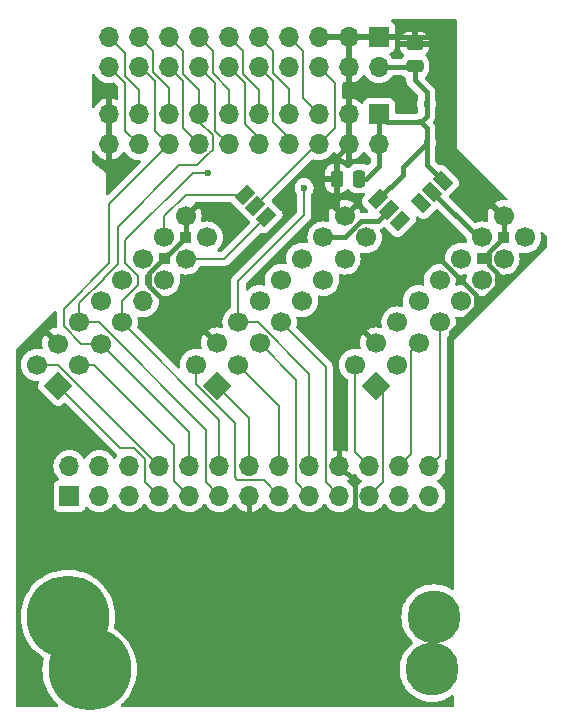
<source format=gbr>
%TF.GenerationSoftware,KiCad,Pcbnew,8.0.4*%
%TF.CreationDate,2024-12-17T16:18:45+07:00*%
%TF.ProjectId,16p_26p_adapter,3136705f-3236-4705-9f61-646170746572,rev?*%
%TF.SameCoordinates,Original*%
%TF.FileFunction,Copper,L1,Top*%
%TF.FilePolarity,Positive*%
%FSLAX46Y46*%
G04 Gerber Fmt 4.6, Leading zero omitted, Abs format (unit mm)*
G04 Created by KiCad (PCBNEW 8.0.4) date 2024-12-17 16:18:45*
%MOMM*%
%LPD*%
G01*
G04 APERTURE LIST*
G04 Aperture macros list*
%AMRoundRect*
0 Rectangle with rounded corners*
0 $1 Rounding radius*
0 $2 $3 $4 $5 $6 $7 $8 $9 X,Y pos of 4 corners*
0 Add a 4 corners polygon primitive as box body*
4,1,4,$2,$3,$4,$5,$6,$7,$8,$9,$2,$3,0*
0 Add four circle primitives for the rounded corners*
1,1,$1+$1,$2,$3*
1,1,$1+$1,$4,$5*
1,1,$1+$1,$6,$7*
1,1,$1+$1,$8,$9*
0 Add four rect primitives between the rounded corners*
20,1,$1+$1,$2,$3,$4,$5,0*
20,1,$1+$1,$4,$5,$6,$7,0*
20,1,$1+$1,$6,$7,$8,$9,0*
20,1,$1+$1,$8,$9,$2,$3,0*%
%AMHorizOval*
0 Thick line with rounded ends*
0 $1 width*
0 $2 $3 position (X,Y) of the first rounded end (center of the circle)*
0 $4 $5 position (X,Y) of the second rounded end (center of the circle)*
0 Add line between two ends*
20,1,$1,$2,$3,$4,$5,0*
0 Add two circle primitives to create the rounded ends*
1,1,$1,$2,$3*
1,1,$1,$4,$5*%
%AMRotRect*
0 Rectangle, with rotation*
0 The origin of the aperture is its center*
0 $1 length*
0 $2 width*
0 $3 Rotation angle, in degrees counterclockwise*
0 Add horizontal line*
21,1,$1,$2,0,0,$3*%
G04 Aperture macros list end*
%TA.AperFunction,SMDPad,CuDef*%
%ADD10RoundRect,0.250000X0.250000X0.475000X-0.250000X0.475000X-0.250000X-0.475000X0.250000X-0.475000X0*%
%TD*%
%TA.AperFunction,ComponentPad*%
%ADD11R,1.700000X1.700000*%
%TD*%
%TA.AperFunction,ComponentPad*%
%ADD12O,1.700000X1.700000*%
%TD*%
%TA.AperFunction,SMDPad,CuDef*%
%ADD13RotRect,1.000000X1.500000X225.000000*%
%TD*%
%TA.AperFunction,ComponentPad*%
%ADD14C,4.500000*%
%TD*%
%TA.AperFunction,SMDPad,CuDef*%
%ADD15RotRect,1.000000X1.500000X315.000000*%
%TD*%
%TA.AperFunction,SMDPad,CuDef*%
%ADD16RoundRect,0.250000X0.475000X-0.250000X0.475000X0.250000X-0.475000X0.250000X-0.475000X-0.250000X0*%
%TD*%
%TA.AperFunction,ComponentPad*%
%ADD17C,0.800000*%
%TD*%
%TA.AperFunction,ComponentPad*%
%ADD18C,7.000000*%
%TD*%
%TA.AperFunction,ComponentPad*%
%ADD19RotRect,1.700000X1.700000X315.000000*%
%TD*%
%TA.AperFunction,ComponentPad*%
%ADD20HorizOval,1.700000X0.000000X0.000000X0.000000X0.000000X0*%
%TD*%
%TA.AperFunction,ViaPad*%
%ADD21C,0.600000*%
%TD*%
%TA.AperFunction,Conductor*%
%ADD22C,0.400000*%
%TD*%
%TA.AperFunction,Conductor*%
%ADD23C,0.200000*%
%TD*%
G04 APERTURE END LIST*
D10*
%TO.P,C7,1*%
%TO.N,/3x16p-26p_adapter/VCC_5V*%
X52842199Y-32410400D03*
%TO.P,C7,2*%
%TO.N,GND*%
X50942201Y-32410400D03*
%TD*%
D11*
%TO.P,J14,1,Pin_1*%
%TO.N,/3x16p-26p_adapter/CM_A_N5*%
X28322800Y-59282400D03*
D12*
%TO.P,J14,2,Pin_2*%
%TO.N,/3x16p-26p_adapter/CM_B_N3*%
X28322800Y-56742400D03*
%TO.P,J14,3,Pin_3*%
%TO.N,/3x16p-26p_adapter/CM_OE_M4*%
X30862800Y-59282400D03*
%TO.P,J14,4,Pin_4*%
%TO.N,/3x16p-26p_adapter/CM_D_P4*%
X30862800Y-56742400D03*
%TO.P,J14,5,Pin_5*%
%TO.N,/3x16p-26p_adapter/CM_CLK_M3*%
X33402799Y-59282400D03*
%TO.P,J14,6,Pin_6*%
%TO.N,/3x16p-26p_adapter/CM_STB_N1*%
X33402800Y-56742400D03*
%TO.P,J14,7,Pin_7*%
%TO.N,/3x16p-26p_adapter/D1_1*%
X35942800Y-59282400D03*
%TO.P,J14,8,Pin_8*%
%TO.N,/3x16p-26p_adapter/D1_2*%
X35942800Y-56742400D03*
%TO.P,J14,9,Pin_9*%
%TO.N,/3x16p-26p_adapter/D1_3*%
X38482800Y-59282400D03*
%TO.P,J14,10,Pin_10*%
%TO.N,/3x16p-26p_adapter/D1_4*%
X38482800Y-56742400D03*
%TO.P,J14,11,Pin_11*%
%TO.N,/3x16p-26p_adapter/D1_5*%
X41022800Y-59282400D03*
%TO.P,J14,12,Pin_12*%
%TO.N,/3x16p-26p_adapter/D1_6*%
X41022800Y-56742400D03*
%TO.P,J14,13,Pin_13*%
%TO.N,GND*%
X43562800Y-59282400D03*
%TO.P,J14,14,Pin_14*%
%TO.N,/3x16p-26p_adapter/D2_1*%
X43562800Y-56742400D03*
%TO.P,J14,15,Pin_15*%
%TO.N,/3x16p-26p_adapter/D2_2*%
X46102801Y-59282400D03*
%TO.P,J14,16,Pin_16*%
%TO.N,/3x16p-26p_adapter/D2_3*%
X46102800Y-56742400D03*
%TO.P,J14,17,Pin_17*%
%TO.N,/3x16p-26p_adapter/D2_4*%
X48642800Y-59282400D03*
%TO.P,J14,18,Pin_18*%
%TO.N,/3x16p-26p_adapter/D2_5*%
X48642800Y-56742400D03*
%TO.P,J14,19,Pin_19*%
%TO.N,/3x16p-26p_adapter/D2_6*%
X51182800Y-59282400D03*
%TO.P,J14,20,Pin_20*%
%TO.N,GND*%
X51182800Y-56742400D03*
%TO.P,J14,21,Pin_21*%
%TO.N,/3x16p-26p_adapter/D3_1*%
X53722800Y-59282400D03*
%TO.P,J14,22,Pin_22*%
%TO.N,/3x16p-26p_adapter/D3_2*%
X53722800Y-56742400D03*
%TO.P,J14,23,Pin_23*%
%TO.N,/3x16p-26p_adapter/D3_3*%
X56262799Y-59282400D03*
%TO.P,J14,24,Pin_24*%
%TO.N,/3x16p-26p_adapter/D3_4*%
X56262800Y-56742400D03*
%TO.P,J14,25,Pin_25*%
%TO.N,/3x16p-26p_adapter/D3_5*%
X58802800Y-59282400D03*
%TO.P,J14,26,Pin_26*%
%TO.N,/3x16p-26p_adapter/D3_6*%
X58802800Y-56742400D03*
%TD*%
D11*
%TO.P,J18,1,Pin_1*%
%TO.N,GND*%
X54526200Y-20422600D03*
D12*
%TO.P,J18,2,Pin_2*%
%TO.N,/3x16p-26p_adapter/VCC_5V*%
X54526200Y-22962600D03*
%TO.P,J18,3,Pin_3*%
%TO.N,GND*%
X51986200Y-20422600D03*
%TO.P,J18,4,Pin_4*%
X51986200Y-22962600D03*
%TO.P,J18,5,Pin_5*%
X49446201Y-20422600D03*
%TO.P,J18,6,Pin_6*%
%TO.N,Net-(J18-Pin_6)*%
X49446200Y-22962600D03*
%TO.P,J18,7,Pin_7*%
%TO.N,/3x16p-26p_adapter/D3_1*%
X46906200Y-20422600D03*
%TO.P,J18,8,Pin_8*%
%TO.N,/3x16p-26p_adapter/D3_2*%
X46906200Y-22962600D03*
%TO.P,J18,9,Pin_9*%
%TO.N,/3x16p-26p_adapter/D2_5*%
X44366200Y-20422600D03*
%TO.P,J18,10,Pin_10*%
%TO.N,/3x16p-26p_adapter/D2_6*%
X44366200Y-22962600D03*
%TO.P,J18,11,Pin_11*%
%TO.N,/3x16p-26p_adapter/D2_3*%
X41826200Y-20422600D03*
%TO.P,J18,12,Pin_12*%
%TO.N,/3x16p-26p_adapter/D2_4*%
X41826200Y-22962600D03*
%TO.P,J18,13,Pin_13*%
%TO.N,/3x16p-26p_adapter/D2_1*%
X39286200Y-20422600D03*
%TO.P,J18,14,Pin_14*%
%TO.N,/3x16p-26p_adapter/D2_2*%
X39286200Y-22962600D03*
%TO.P,J18,15,Pin_15*%
%TO.N,/3x16p-26p_adapter/D1_5*%
X36746199Y-20422600D03*
%TO.P,J18,16,Pin_16*%
%TO.N,/3x16p-26p_adapter/D1_6*%
X36746200Y-22962600D03*
%TO.P,J18,17,Pin_17*%
%TO.N,/3x16p-26p_adapter/D1_3*%
X34206200Y-20422600D03*
%TO.P,J18,18,Pin_18*%
%TO.N,/3x16p-26p_adapter/D1_4*%
X34206200Y-22962600D03*
%TO.P,J18,19,Pin_19*%
%TO.N,/3x16p-26p_adapter/D1_1*%
X31666200Y-20422600D03*
%TO.P,J18,20,Pin_20*%
%TO.N,/3x16p-26p_adapter/D1_2*%
X31666200Y-22962600D03*
%TD*%
D13*
%TO.P,JP1,1,A*%
%TO.N,/3x16p-26p_adapter/VCC_5V*%
X59950639Y-32607561D03*
%TO.P,JP1,2,B*%
%TO.N,/3x16p-26p_adapter/VCC_J16*%
X59031400Y-33526800D03*
%TO.P,JP1,3*%
%TO.N,N/C*%
X58112161Y-34446039D03*
%TD*%
D14*
%TO.P,H9,1*%
%TO.N,N/C*%
X59026200Y-73952600D03*
%TD*%
D15*
%TO.P,JP2,1,A*%
%TO.N,/3x16p-26p_adapter/VCC_5V*%
X54449722Y-34152122D03*
%TO.P,JP2,2,B*%
%TO.N,/3x16p-26p_adapter/VCC_J15*%
X55368961Y-35071361D03*
%TO.P,JP2,3*%
%TO.N,N/C*%
X56288200Y-35990600D03*
%TD*%
D11*
%TO.P,J19,1,Pin_1*%
%TO.N,/3x16p-26p_adapter/VCC_5V*%
X54526200Y-26952600D03*
D12*
%TO.P,J19,2,Pin_2*%
X54526200Y-29492600D03*
%TO.P,J19,3,Pin_3*%
%TO.N,GND*%
X51986200Y-26952600D03*
%TO.P,J19,4,Pin_4*%
X51986200Y-29492600D03*
%TO.P,J19,5,Pin_5*%
%TO.N,/3x16p-26p_adapter/D3_1*%
X49446201Y-26952600D03*
%TO.P,J19,6,Pin_6*%
%TO.N,Net-(J18-Pin_6)*%
X49446200Y-29492600D03*
%TO.P,J19,7,Pin_7*%
%TO.N,/3x16p-26p_adapter/D2_5*%
X46906200Y-26952600D03*
%TO.P,J19,8,Pin_8*%
%TO.N,/3x16p-26p_adapter/D2_6*%
X46906200Y-29492600D03*
%TO.P,J19,9,Pin_9*%
%TO.N,/3x16p-26p_adapter/D2_3*%
X44366200Y-26952600D03*
%TO.P,J19,10,Pin_10*%
%TO.N,/3x16p-26p_adapter/D2_4*%
X44366200Y-29492600D03*
%TO.P,J19,11,Pin_11*%
%TO.N,/3x16p-26p_adapter/D2_1*%
X41826200Y-26952600D03*
%TO.P,J19,12,Pin_12*%
%TO.N,/3x16p-26p_adapter/D2_2*%
X41826200Y-29492600D03*
%TO.P,J19,13,Pin_13*%
%TO.N,/3x16p-26p_adapter/D1_5*%
X39286200Y-26952600D03*
%TO.P,J19,14,Pin_14*%
%TO.N,/3x16p-26p_adapter/D1_6*%
X39286200Y-29492600D03*
%TO.P,J19,15,Pin_15*%
%TO.N,/3x16p-26p_adapter/D1_3*%
X36746199Y-26952600D03*
%TO.P,J19,16,Pin_16*%
%TO.N,/3x16p-26p_adapter/D1_4*%
X36746200Y-29492600D03*
%TO.P,J19,17,Pin_17*%
%TO.N,/3x16p-26p_adapter/D1_1*%
X34206200Y-26952600D03*
%TO.P,J19,18,Pin_18*%
%TO.N,/3x16p-26p_adapter/D1_2*%
X34206200Y-29492600D03*
%TO.P,J19,19,Pin_19*%
%TO.N,GND*%
X31666200Y-26952600D03*
%TO.P,J19,20,Pin_20*%
X31666200Y-29492600D03*
%TD*%
D15*
%TO.P,JP3,1,A*%
%TO.N,/3x16p-26p_adapter/CM_STB_N1*%
X43151561Y-33801361D03*
%TO.P,JP3,2,C*%
%TO.N,Net-(J18-Pin_6)*%
X44070800Y-34720600D03*
%TO.P,JP3,3,B*%
%TO.N,/3x16p-26p_adapter/CM_CLK_M3*%
X44990039Y-35639839D03*
%TD*%
D16*
%TO.P,C5,1*%
%TO.N,/3x16p-26p_adapter/VCC_5V*%
X57558200Y-22904598D03*
%TO.P,C5,2*%
%TO.N,GND*%
X57558200Y-21004600D03*
%TD*%
D14*
%TO.P,H5,1*%
%TO.N,N/C*%
X59180200Y-69516600D03*
%TD*%
D17*
%TO.P,H10,1*%
%TO.N,N/C*%
X27401200Y-73952600D03*
X28170045Y-72096445D03*
X28170045Y-75808755D03*
X30026200Y-71327600D03*
D18*
X30026200Y-73952600D03*
D17*
X30026200Y-76577600D03*
X31882355Y-72096445D03*
X31882355Y-75808755D03*
X32651200Y-73952600D03*
%TD*%
%TO.P,H6,1*%
%TO.N,N/C*%
X25567200Y-69516600D03*
X26336045Y-67660445D03*
X26336045Y-71372755D03*
X28192200Y-66891600D03*
D18*
X28192200Y-69516600D03*
D17*
X28192200Y-72141600D03*
X30048355Y-67660445D03*
X30048355Y-71372755D03*
X30817200Y-69516600D03*
%TD*%
D19*
%TO.P,J13,1,Pin_1*%
%TO.N,/3x16p-26p_adapter/D1_1*%
X27374200Y-49962600D03*
D20*
%TO.P,J13,2,Pin_2*%
%TO.N,/3x16p-26p_adapter/D1_2*%
X25578149Y-48166549D03*
%TO.P,J13,3,Pin_3*%
%TO.N,/3x16p-26p_adapter/D1_3*%
X29170251Y-48166549D03*
%TO.P,J13,4,Pin_4*%
%TO.N,GND*%
X27374200Y-46370498D03*
%TO.P,J13,5,Pin_5*%
%TO.N,/3x16p-26p_adapter/D1_4*%
X30966302Y-46370498D03*
%TO.P,J13,6,Pin_6*%
%TO.N,/3x16p-26p_adapter/D1_5*%
X29170251Y-44574446D03*
%TO.P,J13,7,Pin_7*%
%TO.N,/3x16p-26p_adapter/D1_6*%
X32762354Y-44574446D03*
%TO.P,J13,8,Pin_8*%
%TO.N,/3x16p-26p_adapter/CM_E_N4*%
X30966302Y-42778395D03*
D12*
%TO.P,J13,9,Pin_9*%
%TO.N,/3x16p-26p_adapter/CM_A_N5*%
X34558405Y-42778395D03*
D20*
%TO.P,J13,10,Pin_10*%
%TO.N,/3x16p-26p_adapter/CM_B_N3*%
X32762354Y-40982344D03*
%TO.P,J13,11,Pin_11*%
%TO.N,/3x16p-26p_adapter/CM_C_P3*%
X36354456Y-40982344D03*
%TO.P,J13,12,Pin_12*%
%TO.N,/3x16p-26p_adapter/CM_D_P4*%
X34558405Y-39186293D03*
%TO.P,J13,13,Pin_13*%
%TO.N,/3x16p-26p_adapter/CM_CLK_M3*%
X38150507Y-39186293D03*
%TO.P,J13,14,Pin_14*%
%TO.N,/3x16p-26p_adapter/CM_STB_N1*%
X36354456Y-37390241D03*
%TO.P,J13,15,Pin_15*%
%TO.N,/3x16p-26p_adapter/CM_OE_M4*%
X39946559Y-37390241D03*
%TO.P,J13,16,Pin_16*%
%TO.N,GND*%
X38150507Y-35594190D03*
%TD*%
D19*
%TO.P,J16,1,Pin_1*%
%TO.N,/3x16p-26p_adapter/D3_1*%
X54298200Y-49958600D03*
D20*
%TO.P,J16,2,Pin_2*%
%TO.N,/3x16p-26p_adapter/D3_2*%
X52502149Y-48162549D03*
%TO.P,J16,3,Pin_3*%
%TO.N,/3x16p-26p_adapter/D3_3*%
X56094251Y-48162549D03*
%TO.P,J16,4,Pin_4*%
%TO.N,GND*%
X54298200Y-46366498D03*
%TO.P,J16,5,Pin_5*%
%TO.N,/3x16p-26p_adapter/D3_4*%
X57890302Y-46366498D03*
%TO.P,J16,6,Pin_6*%
%TO.N,/3x16p-26p_adapter/D3_5*%
X56094251Y-44570446D03*
%TO.P,J16,7,Pin_7*%
%TO.N,/3x16p-26p_adapter/D3_6*%
X59686354Y-44570446D03*
%TO.P,J16,8,Pin_8*%
%TO.N,unconnected-(J16-Pin_8-Pad8)*%
X57890302Y-42774395D03*
%TO.P,J16,9,Pin_9*%
%TO.N,unconnected-(J16-Pin_9-Pad9)*%
X61482405Y-42774395D03*
%TO.P,J16,10,Pin_10*%
%TO.N,unconnected-(J16-Pin_10-Pad10)*%
X59686354Y-40978344D03*
%TO.P,J16,11,Pin_11*%
%TO.N,unconnected-(J16-Pin_11-Pad11)*%
X63278456Y-40978344D03*
%TO.P,J16,12,Pin_12*%
%TO.N,unconnected-(J16-Pin_12-Pad12)*%
X61482405Y-39182293D03*
%TO.P,J16,13,Pin_13*%
%TO.N,unconnected-(J16-Pin_13-Pad13)*%
X65074507Y-39182293D03*
%TO.P,J16,14,Pin_14*%
%TO.N,/3x16p-26p_adapter/VCC_J16*%
X63278456Y-37386241D03*
%TO.P,J16,15,Pin_15*%
%TO.N,unconnected-(J16-Pin_15-Pad15)*%
X66870559Y-37386241D03*
%TO.P,J16,16,Pin_16*%
%TO.N,GND*%
X65074507Y-35590190D03*
%TD*%
D19*
%TO.P,J15,1,Pin_1*%
%TO.N,/3x16p-26p_adapter/D2_1*%
X40836200Y-49958600D03*
D20*
%TO.P,J15,2,Pin_2*%
%TO.N,/3x16p-26p_adapter/D2_2*%
X39040149Y-48162549D03*
%TO.P,J15,3,Pin_3*%
%TO.N,/3x16p-26p_adapter/D2_3*%
X42632251Y-48162549D03*
%TO.P,J15,4,Pin_4*%
%TO.N,GND*%
X40836200Y-46366498D03*
%TO.P,J15,5,Pin_5*%
%TO.N,/3x16p-26p_adapter/D2_4*%
X44428302Y-46366498D03*
%TO.P,J15,6,Pin_6*%
%TO.N,/3x16p-26p_adapter/D2_5*%
X42632251Y-44570446D03*
%TO.P,J15,7,Pin_7*%
%TO.N,/3x16p-26p_adapter/D2_6*%
X46224354Y-44570446D03*
%TO.P,J15,8,Pin_8*%
%TO.N,unconnected-(J15-Pin_8-Pad8)*%
X44428302Y-42774395D03*
%TO.P,J15,9,Pin_9*%
%TO.N,unconnected-(J15-Pin_9-Pad9)*%
X48020405Y-42774395D03*
%TO.P,J15,10,Pin_10*%
%TO.N,unconnected-(J15-Pin_10-Pad10)*%
X46224354Y-40978344D03*
%TO.P,J15,11,Pin_11*%
%TO.N,unconnected-(J15-Pin_11-Pad11)*%
X49816456Y-40978344D03*
%TO.P,J15,12,Pin_12*%
%TO.N,unconnected-(J15-Pin_12-Pad12)*%
X48020405Y-39182293D03*
%TO.P,J15,13,Pin_13*%
%TO.N,unconnected-(J15-Pin_13-Pad13)*%
X51612507Y-39182293D03*
%TO.P,J15,14,Pin_14*%
%TO.N,/3x16p-26p_adapter/VCC_J15*%
X49816456Y-37386241D03*
%TO.P,J15,15,Pin_15*%
%TO.N,unconnected-(J15-Pin_15-Pad15)*%
X53408559Y-37386241D03*
%TO.P,J15,16,Pin_16*%
%TO.N,GND*%
X51612507Y-35590190D03*
%TD*%
D21*
%TO.N,GND*%
X59336200Y-35990600D03*
X58828200Y-38276600D03*
X62384200Y-32942600D03*
%TO.N,/3x16p-26p_adapter/D1_6*%
X40032200Y-31926600D03*
%TO.N,/3x16p-26p_adapter/D2_5*%
X48185600Y-33171200D03*
%TO.N,/3x16p-26p_adapter/VCC_5V*%
X58574200Y-29386600D03*
X58066200Y-27608600D03*
X58574200Y-26084600D03*
%TD*%
D22*
%TO.N,GND*%
X52472800Y-60877200D02*
X60280800Y-60877200D01*
X60280800Y-60877200D02*
X60606200Y-60551800D01*
X60606200Y-60551800D02*
X60606200Y-45418367D01*
X60606200Y-45418367D02*
X61891084Y-44133484D01*
X60119559Y-30635241D02*
X60881559Y-31397241D01*
X52472800Y-58032400D02*
X51182800Y-56742400D01*
X62732405Y-42256628D02*
X58828200Y-38352423D01*
X35076172Y-41528395D02*
X37388489Y-43840711D01*
X52472800Y-60877200D02*
X52472800Y-58032400D01*
X50942201Y-34919884D02*
X51612507Y-35590190D01*
X62732405Y-43292162D02*
X62732405Y-42256628D01*
X38150507Y-35594190D02*
X38150507Y-37361958D01*
X35076172Y-40436293D02*
X35076172Y-41528395D01*
X63824507Y-39716907D02*
X63824507Y-38614293D01*
X50942201Y-32410400D02*
X50942201Y-30536599D01*
X54526200Y-20422600D02*
X59770200Y-20422600D01*
X52478200Y-60882600D02*
X52472800Y-60877200D01*
X58828200Y-36498600D02*
X59336200Y-35990600D01*
X51986200Y-26952600D02*
X51986200Y-20422600D01*
X63824507Y-38614293D02*
X65074507Y-37364293D01*
X59770200Y-20422600D02*
X60098200Y-20750600D01*
X38310413Y-43840711D02*
X37388489Y-43840711D01*
X60881559Y-31397241D02*
X65074507Y-35590190D01*
X60119559Y-21025959D02*
X60119559Y-30635241D01*
X58828200Y-38276600D02*
X58828200Y-36498600D01*
X38150507Y-37361958D02*
X35076172Y-40436293D01*
X65074507Y-37364293D02*
X65074507Y-35590190D01*
X60098200Y-21004600D02*
X60119559Y-21025959D01*
X40836200Y-46366498D02*
X38310413Y-43840711D01*
X51986200Y-29492600D02*
X51986200Y-26952600D01*
X45112200Y-62660600D02*
X50700200Y-62660600D01*
X64528456Y-41496112D02*
X64528456Y-40420856D01*
X61891084Y-44133484D02*
X64528456Y-41496112D01*
X64528456Y-40420856D02*
X63824507Y-39716907D01*
X50700200Y-62660600D02*
X52478200Y-60882600D01*
X43562800Y-59282400D02*
X43562800Y-61111200D01*
X58828200Y-38352423D02*
X58828200Y-38276600D01*
X50942201Y-32410400D02*
X50942201Y-34919884D01*
X49446201Y-20422600D02*
X54526200Y-20422600D01*
X43562800Y-61111200D02*
X45112200Y-62660600D01*
X50942201Y-30536599D02*
X51986200Y-29492600D01*
X60098200Y-20750600D02*
X60098200Y-21004600D01*
X61891084Y-44133484D02*
X62732405Y-43292162D01*
D23*
%TO.N,/3x16p-26p_adapter/D1_2*%
X33056200Y-28342600D02*
X34206200Y-29492600D01*
X31666200Y-22962600D02*
X33056200Y-24352600D01*
X33056200Y-24352600D02*
X33056200Y-28342600D01*
X35942800Y-56742400D02*
X27366949Y-48166549D01*
X27366949Y-48166549D02*
X25578149Y-48166549D01*
%TO.N,/3x16p-26p_adapter/CM_CLK_M3*%
X38150507Y-39186293D02*
X41443585Y-39186293D01*
X41443585Y-39186293D02*
X44990039Y-35639839D01*
%TO.N,/3x16p-26p_adapter/CM_C_P3*%
X36354456Y-41050549D02*
X36354456Y-40724344D01*
X36354456Y-40724344D02*
X36391200Y-40687600D01*
%TO.N,/3x16p-26p_adapter/D1_3*%
X36746199Y-24760568D02*
X36746199Y-26952600D01*
X37187400Y-57987000D02*
X38482800Y-59282400D01*
X29170251Y-48166549D02*
X30364149Y-48166549D01*
X35356200Y-23370569D02*
X36746199Y-24760568D01*
X30364149Y-48166549D02*
X37187400Y-54989800D01*
X37187400Y-54989800D02*
X37187400Y-57987000D01*
X34206200Y-20422600D02*
X35356200Y-21572600D01*
X35356200Y-21572600D02*
X35356200Y-23370569D01*
%TO.N,/3x16p-26p_adapter/D1_1*%
X34723600Y-56109918D02*
X34723600Y-58063200D01*
X33806682Y-55193000D02*
X34723600Y-56109918D01*
X34206200Y-24881400D02*
X34206200Y-26952600D01*
X27374200Y-49962600D02*
X32604600Y-55193000D01*
X31666200Y-20422600D02*
X33056200Y-21812600D01*
X33056200Y-23731400D02*
X34206200Y-24881400D01*
X34723600Y-58063200D02*
X35942800Y-59282400D01*
X32604600Y-55193000D02*
X33806682Y-55193000D01*
X33056200Y-21812600D02*
X33056200Y-23731400D01*
%TO.N,/3x16p-26p_adapter/D1_5*%
X30796596Y-44574446D02*
X39872800Y-53650650D01*
X39286200Y-24936914D02*
X39286200Y-26952600D01*
X40155757Y-30272157D02*
X40436200Y-29991715D01*
X37896200Y-23546914D02*
X39286200Y-24936914D01*
X29170251Y-44574446D02*
X30796596Y-44574446D01*
X36746199Y-20422600D02*
X37896200Y-21572601D01*
X40436200Y-29991715D02*
X40436200Y-28749200D01*
X39286200Y-27599200D02*
X39286200Y-26952600D01*
X31242000Y-40876351D02*
X31242000Y-40817800D01*
X39872800Y-58132400D02*
X41022800Y-59282400D01*
X32412200Y-39647600D02*
X32412200Y-36498600D01*
X40436200Y-28749200D02*
X39286200Y-27599200D01*
X31242000Y-40817800D02*
X32412200Y-39647600D01*
X29170251Y-42948100D02*
X31242000Y-40876351D01*
X37622643Y-31288157D02*
X39139757Y-31288157D01*
X37896200Y-21572601D02*
X37896200Y-23546914D01*
X39139757Y-31288157D02*
X40155757Y-30272157D01*
X39872800Y-53650650D02*
X39872800Y-58132400D01*
X32412200Y-36498600D02*
X37622643Y-31288157D01*
X29170251Y-44574446D02*
X29170251Y-42948100D01*
%TO.N,/3x16p-26p_adapter/D1_6*%
X34112200Y-40614600D02*
X33061976Y-39564376D01*
X36746200Y-22962600D02*
X37896199Y-24112599D01*
X32762354Y-42777246D02*
X34112200Y-41427400D01*
X33061976Y-37626824D02*
X38762200Y-31926600D01*
X32762354Y-44574446D02*
X32762354Y-42777246D01*
X34112200Y-41427400D02*
X34112200Y-40614600D01*
X37896199Y-24112599D02*
X37896199Y-28102599D01*
X41022800Y-52834892D02*
X41022800Y-56742400D01*
X37896199Y-28102599D02*
X39286200Y-29492600D01*
X33061976Y-39564376D02*
X33061976Y-37626824D01*
X32762354Y-44574446D02*
X41022800Y-52834892D01*
X38762200Y-31926600D02*
X40032200Y-31926600D01*
%TO.N,/3x16p-26p_adapter/D1_4*%
X35596199Y-28342599D02*
X35596199Y-24176254D01*
X29339957Y-46370498D02*
X30966302Y-46370498D01*
X36746200Y-29492600D02*
X35596199Y-28342599D01*
X36746200Y-29492600D02*
X31688400Y-34550400D01*
X27854412Y-44884953D02*
X29339957Y-46370498D01*
X35596199Y-24176254D02*
X34382545Y-22962600D01*
X31688400Y-34550400D02*
X31688400Y-39584000D01*
X31688400Y-39584000D02*
X27854412Y-43417988D01*
X27854412Y-43417988D02*
X27854412Y-44884953D01*
X38482800Y-53886996D02*
X30966302Y-46370498D01*
X38482800Y-56742400D02*
X38482800Y-53886996D01*
X34382545Y-22962600D02*
X34206200Y-22962600D01*
%TO.N,/3x16p-26p_adapter/CM_STB_N1*%
X36354456Y-35604344D02*
X38157439Y-33801361D01*
X38157439Y-33801361D02*
X43151561Y-33801361D01*
X36354456Y-37390241D02*
X36354456Y-35604344D01*
%TO.N,/3x16p-26p_adapter/D3_4*%
X57252800Y-47004000D02*
X57890302Y-46366498D01*
X57252800Y-55752400D02*
X57252800Y-47004000D01*
X56262800Y-56082000D02*
X56161200Y-55980400D01*
X56262800Y-56742400D02*
X57252800Y-55752400D01*
%TO.N,/3x16p-26p_adapter/D2_1*%
X41826200Y-24881400D02*
X41826200Y-26952600D01*
X40436200Y-21572600D02*
X40436200Y-23491400D01*
X40436200Y-23491400D02*
X41826200Y-24881400D01*
X43562800Y-52685200D02*
X40836200Y-49958600D01*
X43562800Y-56742400D02*
X43562800Y-52685200D01*
X39286200Y-20422600D02*
X40436200Y-21572600D01*
%TO.N,/3x16p-26p_adapter/D2_4*%
X41826200Y-22962600D02*
X43216200Y-24352600D01*
X43216200Y-24352600D02*
X43216200Y-27776914D01*
X47492800Y-58132400D02*
X47492800Y-49430996D01*
X44366200Y-28926914D02*
X44366200Y-29492600D01*
X48642800Y-59282400D02*
X47492800Y-58132400D01*
X43216200Y-27776914D02*
X44366200Y-28926914D01*
X47492800Y-49430996D02*
X44428302Y-46366498D01*
%TO.N,/3x16p-26p_adapter/D2_3*%
X44366200Y-24906800D02*
X44366200Y-26952600D01*
X42976200Y-21572600D02*
X42976200Y-23516800D01*
X42976200Y-23516800D02*
X44366200Y-24906800D01*
X42632251Y-48162549D02*
X46102800Y-51633098D01*
X46102800Y-51633098D02*
X46102800Y-56742400D01*
X41826200Y-20422600D02*
X42976200Y-21572600D01*
%TO.N,/3x16p-26p_adapter/D3_6*%
X58802800Y-56742400D02*
X59686354Y-55858846D01*
X59686354Y-55858846D02*
X59686354Y-44570446D01*
%TO.N,/3x16p-26p_adapter/D2_2*%
X42545000Y-57937400D02*
X42316400Y-57708800D01*
X44757801Y-57937400D02*
X42545000Y-57937400D01*
X40676200Y-28342600D02*
X41826200Y-29492600D01*
X40676200Y-24352600D02*
X40676200Y-28342600D01*
X42316400Y-53108400D02*
X39040149Y-49832149D01*
X42316400Y-57708800D02*
X42316400Y-53108400D01*
X39286200Y-22962600D02*
X40676200Y-24352600D01*
X39040149Y-49832149D02*
X39040149Y-48162549D01*
X46102801Y-59282400D02*
X44757801Y-57937400D01*
%TO.N,/3x16p-26p_adapter/D3_2*%
X53722800Y-56742400D02*
X52502149Y-55521749D01*
X52502149Y-55521749D02*
X52502149Y-48162549D01*
%TO.N,/3x16p-26p_adapter/D2_5*%
X42632251Y-44570446D02*
X42632251Y-41035949D01*
X42632251Y-41035949D02*
X48185600Y-35482600D01*
X44258596Y-44570446D02*
X48642800Y-48954650D01*
X46906200Y-24828946D02*
X46906200Y-26952600D01*
X45516200Y-23438946D02*
X46906200Y-24828946D01*
X48185600Y-35482600D02*
X48185600Y-33171200D01*
X48642800Y-48954650D02*
X48642800Y-56742400D01*
X45516200Y-21572600D02*
X45516200Y-23438946D01*
X44366200Y-20422600D02*
X45516200Y-21572600D01*
X42632251Y-44570446D02*
X44258596Y-44570446D01*
%TO.N,/3x16p-26p_adapter/D2_6*%
X45557285Y-27577999D02*
X46906200Y-28926914D01*
X50032800Y-58132400D02*
X51182800Y-59282400D01*
X50032800Y-48378892D02*
X50032800Y-58132400D01*
X44366200Y-22962600D02*
X45557285Y-24153685D01*
X46906200Y-28926914D02*
X46906200Y-29492600D01*
X45557285Y-24153685D02*
X45557285Y-27577999D01*
X46224354Y-44570446D02*
X50032800Y-48378892D01*
X46839400Y-29559400D02*
X46906200Y-29492600D01*
%TO.N,/3x16p-26p_adapter/D3_1*%
X54899241Y-58105959D02*
X53722800Y-59282400D01*
X54298200Y-49958600D02*
X54899241Y-50559641D01*
X48056200Y-21572600D02*
X48056200Y-25562599D01*
X54899241Y-50559641D02*
X54899241Y-58105959D01*
X46906200Y-20422600D02*
X48056200Y-21572600D01*
X48056200Y-25562599D02*
X49446201Y-26952600D01*
D22*
%TO.N,/3x16p-26p_adapter/VCC_J15*%
X53036433Y-35990600D02*
X54449722Y-35990600D01*
X51640792Y-37386241D02*
X53036433Y-35990600D01*
X49816456Y-37386241D02*
X51640792Y-37386241D01*
X54449722Y-35990600D02*
X55368961Y-35071361D01*
%TO.N,/3x16p-26p_adapter/VCC_J16*%
X62890841Y-37386241D02*
X63278456Y-37386241D01*
X59031400Y-33526800D02*
X62890841Y-37386241D01*
D23*
%TO.N,Net-(J18-Pin_6)*%
X49446200Y-22962600D02*
X50836200Y-24352600D01*
X49298800Y-29492600D02*
X49446200Y-29492600D01*
X50836200Y-24352600D02*
X50836200Y-28102600D01*
X50836200Y-28102600D02*
X49446200Y-29492600D01*
X44070800Y-34720600D02*
X49298800Y-29492600D01*
D22*
%TO.N,/3x16p-26p_adapter/VCC_5V*%
X58574200Y-28116600D02*
X58574200Y-29386600D01*
X57558200Y-24052600D02*
X58574200Y-25068600D01*
X54526200Y-31336599D02*
X53599400Y-32263400D01*
X53599400Y-32263400D02*
X53428199Y-32434600D01*
X58574200Y-29386600D02*
X56542200Y-31418600D01*
X57558200Y-22904598D02*
X57558200Y-24052600D01*
X58066200Y-27608600D02*
X58574200Y-28116600D01*
X56542200Y-32059644D02*
X56542200Y-31418600D01*
X58574200Y-25068600D02*
X58574200Y-26084600D01*
X57500198Y-22962600D02*
X57558200Y-22904598D01*
X53599399Y-32263400D02*
X53452399Y-32410400D01*
X59950639Y-32607561D02*
X58574200Y-31231122D01*
X58574200Y-26084600D02*
X58574200Y-27100600D01*
X54449722Y-34152122D02*
X56542200Y-32059644D01*
X54526200Y-29492600D02*
X54526200Y-31336599D01*
X58574200Y-27100600D02*
X58066200Y-27608600D01*
X54526200Y-29492600D02*
X54526200Y-26952600D01*
X54590800Y-29492600D02*
X54526200Y-29492600D01*
X58066200Y-27608600D02*
X55182200Y-27608600D01*
X55182200Y-27608600D02*
X54526200Y-26952600D01*
X53599400Y-32263400D02*
X53599399Y-32263400D01*
X58574200Y-31231122D02*
X58574200Y-29386600D01*
X54526200Y-22962600D02*
X57500198Y-22962600D01*
X53452399Y-32410400D02*
X52842199Y-32410400D01*
%TD*%
%TA.AperFunction,Conductor*%
%TO.N,GND*%
G36*
X68350341Y-36898089D02*
G01*
X68382340Y-36920469D01*
X68687884Y-37215827D01*
X68722402Y-37276573D01*
X68725700Y-37304981D01*
X68725700Y-38233738D01*
X68706015Y-38300777D01*
X68689381Y-38321419D01*
X60860200Y-46150599D01*
X60860200Y-67098316D01*
X60840515Y-67165355D01*
X60787711Y-67211110D01*
X60718553Y-67221054D01*
X60672050Y-67204433D01*
X60607407Y-67165355D01*
X60460757Y-67076702D01*
X60157323Y-66940137D01*
X60157316Y-66940134D01*
X60157304Y-66940130D01*
X59839649Y-66841146D01*
X59839645Y-66841145D01*
X59839641Y-66841144D01*
X59512342Y-66781164D01*
X59512341Y-66781163D01*
X59512336Y-66781163D01*
X59180200Y-66761073D01*
X58848063Y-66781163D01*
X58848058Y-66781164D01*
X58520759Y-66841144D01*
X58520756Y-66841144D01*
X58520750Y-66841146D01*
X58203095Y-66940130D01*
X58203079Y-66940136D01*
X58203077Y-66940137D01*
X58124173Y-66975649D01*
X57899647Y-67076700D01*
X57899645Y-67076701D01*
X57614873Y-67248851D01*
X57352944Y-67454060D01*
X57117660Y-67689344D01*
X56912451Y-67951273D01*
X56795687Y-68144423D01*
X56740302Y-68236043D01*
X56687252Y-68353916D01*
X56603736Y-68539480D01*
X56603730Y-68539495D01*
X56504746Y-68857150D01*
X56444763Y-69184463D01*
X56424673Y-69516600D01*
X56444763Y-69848736D01*
X56444763Y-69848741D01*
X56444764Y-69848742D01*
X56504744Y-70176041D01*
X56504745Y-70176045D01*
X56504746Y-70176049D01*
X56603730Y-70493704D01*
X56603734Y-70493716D01*
X56603737Y-70493723D01*
X56740302Y-70797157D01*
X56892770Y-71049370D01*
X56912451Y-71081926D01*
X57117660Y-71343855D01*
X57352939Y-71579134D01*
X57355551Y-71581448D01*
X57392677Y-71640637D01*
X57391910Y-71710503D01*
X57353493Y-71768863D01*
X57349797Y-71771875D01*
X57198944Y-71890060D01*
X56963660Y-72125344D01*
X56758451Y-72387273D01*
X56641687Y-72580423D01*
X56586302Y-72672043D01*
X56479134Y-72910161D01*
X56449736Y-72975480D01*
X56449730Y-72975495D01*
X56350746Y-73293150D01*
X56290763Y-73620463D01*
X56270673Y-73952600D01*
X56290763Y-74284736D01*
X56290763Y-74284741D01*
X56290764Y-74284742D01*
X56350744Y-74612041D01*
X56350745Y-74612045D01*
X56350746Y-74612049D01*
X56449730Y-74929704D01*
X56449734Y-74929716D01*
X56449737Y-74929723D01*
X56586302Y-75233157D01*
X56738770Y-75485370D01*
X56758451Y-75517926D01*
X56963660Y-75779855D01*
X57198944Y-76015139D01*
X57460873Y-76220348D01*
X57460878Y-76220351D01*
X57460882Y-76220354D01*
X57745643Y-76392498D01*
X58049077Y-76529063D01*
X58049090Y-76529067D01*
X58049095Y-76529069D01*
X58260865Y-76595058D01*
X58366759Y-76628056D01*
X58694058Y-76688036D01*
X59026200Y-76708127D01*
X59358342Y-76688036D01*
X59685641Y-76628056D01*
X60003323Y-76529063D01*
X60306757Y-76392498D01*
X60591518Y-76220354D01*
X60591526Y-76220348D01*
X60659727Y-76166916D01*
X60724639Y-76141067D01*
X60793222Y-76154415D01*
X60843700Y-76202723D01*
X60860200Y-76264527D01*
X60860200Y-77014600D01*
X60840515Y-77081639D01*
X60787711Y-77127394D01*
X60736200Y-77138600D01*
X32789483Y-77138600D01*
X32722444Y-77118915D01*
X32676689Y-77066111D01*
X32666745Y-76996953D01*
X32695770Y-76933397D01*
X32706210Y-76922722D01*
X32858392Y-76784792D01*
X32946087Y-76688036D01*
X33122358Y-76493551D01*
X33356506Y-76177839D01*
X33558581Y-75840697D01*
X33726638Y-75485372D01*
X33859057Y-75115284D01*
X33954564Y-74734000D01*
X34012238Y-74345191D01*
X34031525Y-73952600D01*
X34012238Y-73560009D01*
X33954564Y-73171200D01*
X33859057Y-72789916D01*
X33726638Y-72419828D01*
X33558581Y-72064503D01*
X33554417Y-72057556D01*
X33356507Y-71727363D01*
X33344003Y-71710503D01*
X33122358Y-71411649D01*
X33116060Y-71404700D01*
X32858392Y-71120407D01*
X32567156Y-70856446D01*
X32487207Y-70797152D01*
X32251439Y-70622294D01*
X32145900Y-70559036D01*
X32098518Y-70507687D01*
X32086420Y-70438873D01*
X32089362Y-70422561D01*
X32120564Y-70298000D01*
X32178238Y-69909191D01*
X32197525Y-69516600D01*
X32178238Y-69124009D01*
X32120564Y-68735200D01*
X32025057Y-68353916D01*
X31892638Y-67983828D01*
X31724581Y-67628503D01*
X31522506Y-67291361D01*
X31288358Y-66975649D01*
X31256171Y-66940136D01*
X31024392Y-66684407D01*
X30733156Y-66420446D01*
X30417436Y-66186292D01*
X30080300Y-65984220D01*
X29724972Y-65816162D01*
X29724970Y-65816161D01*
X29354884Y-65683743D01*
X28973606Y-65588237D01*
X28973601Y-65588236D01*
X28973600Y-65588236D01*
X28829456Y-65566854D01*
X28584799Y-65530563D01*
X28584797Y-65530562D01*
X28584791Y-65530562D01*
X28192200Y-65511275D01*
X27799609Y-65530562D01*
X27799603Y-65530562D01*
X27799600Y-65530563D01*
X27410793Y-65588237D01*
X27029515Y-65683743D01*
X26659429Y-65816161D01*
X26659427Y-65816162D01*
X26304099Y-65984220D01*
X25966963Y-66186292D01*
X25651243Y-66420446D01*
X25360007Y-66684407D01*
X25096046Y-66975643D01*
X24861892Y-67291363D01*
X24659820Y-67628499D01*
X24491762Y-67983827D01*
X24491761Y-67983829D01*
X24359343Y-68353915D01*
X24263837Y-68735193D01*
X24245747Y-68857150D01*
X24206162Y-69124009D01*
X24186875Y-69516600D01*
X24206162Y-69909191D01*
X24263835Y-70297996D01*
X24263837Y-70298006D01*
X24359343Y-70679284D01*
X24491761Y-71049370D01*
X24491762Y-71049372D01*
X24659820Y-71404700D01*
X24843112Y-71710503D01*
X24861894Y-71741839D01*
X24900254Y-71793562D01*
X25096046Y-72057556D01*
X25360007Y-72348792D01*
X25651243Y-72612753D01*
X25651249Y-72612758D01*
X25966961Y-72846906D01*
X26072498Y-72910163D01*
X26119879Y-72961511D01*
X26131978Y-73030325D01*
X26129033Y-73046649D01*
X26097837Y-73171191D01*
X26079747Y-73293150D01*
X26040162Y-73560009D01*
X26020875Y-73952600D01*
X26040162Y-74345191D01*
X26040162Y-74345197D01*
X26040163Y-74345199D01*
X26097837Y-74734006D01*
X26193343Y-75115284D01*
X26325761Y-75485370D01*
X26325762Y-75485372D01*
X26493820Y-75840700D01*
X26681854Y-76154415D01*
X26695894Y-76177839D01*
X26727425Y-76220354D01*
X26930046Y-76493556D01*
X27194007Y-76784792D01*
X27346190Y-76922722D01*
X27382644Y-76982328D01*
X27381085Y-77052180D01*
X27342009Y-77110101D01*
X27277821Y-77137701D01*
X27262917Y-77138600D01*
X23900200Y-77138600D01*
X23833161Y-77118915D01*
X23787406Y-77066111D01*
X23776200Y-77014600D01*
X23776200Y-46963962D01*
X23795885Y-46896923D01*
X23812519Y-46876281D01*
X27042231Y-43646569D01*
X27103554Y-43613084D01*
X27173246Y-43618068D01*
X27229179Y-43659940D01*
X27253596Y-43725404D01*
X27253912Y-43734250D01*
X27253912Y-44798283D01*
X27253911Y-44798301D01*
X27253911Y-44912240D01*
X27234226Y-44979279D01*
X27181422Y-45025034D01*
X27144184Y-45034854D01*
X27144208Y-45034990D01*
X27142590Y-45035275D01*
X27140722Y-45035768D01*
X27138882Y-45035929D01*
X27138873Y-45035930D01*
X26910716Y-45097064D01*
X26910707Y-45097068D01*
X26696619Y-45196899D01*
X26612825Y-45255570D01*
X27244790Y-45887535D01*
X27181207Y-45904573D01*
X27067193Y-45970399D01*
X26974101Y-46063491D01*
X26908275Y-46177505D01*
X26891237Y-46241088D01*
X26259272Y-45609123D01*
X26200601Y-45692917D01*
X26100770Y-45907005D01*
X26100766Y-45907014D01*
X26039632Y-46135171D01*
X26039630Y-46135182D01*
X26019043Y-46370496D01*
X26019043Y-46370499D01*
X26039630Y-46605813D01*
X26039632Y-46605824D01*
X26066674Y-46706747D01*
X26065011Y-46776597D01*
X26025848Y-46834459D01*
X25961619Y-46861963D01*
X25914806Y-46858615D01*
X25813562Y-46831487D01*
X25813552Y-46831485D01*
X25578150Y-46810890D01*
X25578148Y-46810890D01*
X25342745Y-46831485D01*
X25342735Y-46831487D01*
X25114493Y-46892643D01*
X25114484Y-46892647D01*
X24900320Y-46992513D01*
X24900318Y-46992514D01*
X24706746Y-47128054D01*
X24539654Y-47295146D01*
X24404114Y-47488718D01*
X24404113Y-47488720D01*
X24304247Y-47702884D01*
X24304243Y-47702893D01*
X24243087Y-47931135D01*
X24243085Y-47931145D01*
X24222490Y-48166548D01*
X24222490Y-48166549D01*
X24243085Y-48401952D01*
X24243087Y-48401962D01*
X24304243Y-48630204D01*
X24304245Y-48630208D01*
X24304246Y-48630212D01*
X24402249Y-48840379D01*
X24404114Y-48844379D01*
X24404116Y-48844383D01*
X24425970Y-48875593D01*
X24539654Y-49037950D01*
X24706748Y-49205044D01*
X24803533Y-49272814D01*
X24900314Y-49340581D01*
X24900316Y-49340582D01*
X24900319Y-49340584D01*
X25114486Y-49440452D01*
X25342741Y-49501612D01*
X25578149Y-49522208D01*
X25621196Y-49518441D01*
X25689693Y-49532206D01*
X25739877Y-49580821D01*
X25755812Y-49648849D01*
X25744797Y-49693480D01*
X25686954Y-49820136D01*
X25686952Y-49820144D01*
X25666472Y-49962600D01*
X25686952Y-50105055D01*
X25686953Y-50105059D01*
X25746739Y-50235970D01*
X25746740Y-50235971D01*
X25746741Y-50235973D01*
X25784360Y-50282656D01*
X25784363Y-50282659D01*
X25784368Y-50282665D01*
X26843871Y-51342165D01*
X27054144Y-51552438D01*
X27054148Y-51552441D01*
X27054150Y-51552443D01*
X27100826Y-51590059D01*
X27231740Y-51649846D01*
X27231741Y-51649846D01*
X27231743Y-51649847D01*
X27374200Y-51670328D01*
X27516657Y-51649847D01*
X27647573Y-51590059D01*
X27694256Y-51552440D01*
X27816851Y-51429844D01*
X27878171Y-51396361D01*
X27947863Y-51401345D01*
X27992210Y-51429845D01*
X32235884Y-55673520D01*
X32308612Y-55715509D01*
X32356826Y-55766074D01*
X32370050Y-55834680D01*
X32348186Y-55894018D01*
X32234375Y-56056558D01*
X32179798Y-56100183D01*
X32110300Y-56107377D01*
X32047945Y-56075854D01*
X32031225Y-56056558D01*
X31901294Y-55870997D01*
X31734202Y-55703906D01*
X31734195Y-55703901D01*
X31540634Y-55568367D01*
X31540630Y-55568365D01*
X31534885Y-55565686D01*
X31326463Y-55468497D01*
X31326459Y-55468496D01*
X31326455Y-55468494D01*
X31098213Y-55407338D01*
X31098203Y-55407336D01*
X30862801Y-55386741D01*
X30862799Y-55386741D01*
X30627396Y-55407336D01*
X30627386Y-55407338D01*
X30399144Y-55468494D01*
X30399135Y-55468498D01*
X30184971Y-55568364D01*
X30184969Y-55568365D01*
X29991397Y-55703905D01*
X29824305Y-55870997D01*
X29694375Y-56056558D01*
X29639798Y-56100183D01*
X29570300Y-56107377D01*
X29507945Y-56075854D01*
X29491225Y-56056558D01*
X29361294Y-55870997D01*
X29194202Y-55703906D01*
X29194195Y-55703901D01*
X29000634Y-55568367D01*
X29000630Y-55568365D01*
X28994885Y-55565686D01*
X28786463Y-55468497D01*
X28786459Y-55468496D01*
X28786455Y-55468494D01*
X28558213Y-55407338D01*
X28558203Y-55407336D01*
X28322801Y-55386741D01*
X28322799Y-55386741D01*
X28087396Y-55407336D01*
X28087386Y-55407338D01*
X27859144Y-55468494D01*
X27859135Y-55468498D01*
X27644971Y-55568364D01*
X27644969Y-55568365D01*
X27451397Y-55703905D01*
X27284305Y-55870997D01*
X27148765Y-56064569D01*
X27148764Y-56064571D01*
X27048898Y-56278735D01*
X27048894Y-56278744D01*
X26987738Y-56506986D01*
X26987736Y-56506996D01*
X26967141Y-56742399D01*
X26967141Y-56742400D01*
X26987736Y-56977803D01*
X26987738Y-56977813D01*
X27048894Y-57206055D01*
X27048896Y-57206059D01*
X27048897Y-57206063D01*
X27109907Y-57336899D01*
X27148765Y-57420230D01*
X27148767Y-57420234D01*
X27257081Y-57574921D01*
X27284304Y-57613800D01*
X27284306Y-57613802D01*
X27406230Y-57735726D01*
X27439715Y-57797049D01*
X27434731Y-57866741D01*
X27392859Y-57922674D01*
X27361883Y-57939589D01*
X27230469Y-57988603D01*
X27230464Y-57988606D01*
X27115255Y-58074852D01*
X27115252Y-58074855D01*
X27029006Y-58190064D01*
X27029002Y-58190071D01*
X26978708Y-58324917D01*
X26972301Y-58384516D01*
X26972300Y-58384535D01*
X26972300Y-60180270D01*
X26972301Y-60180276D01*
X26978708Y-60239883D01*
X27029002Y-60374728D01*
X27029006Y-60374735D01*
X27115252Y-60489944D01*
X27115255Y-60489947D01*
X27230464Y-60576193D01*
X27230471Y-60576197D01*
X27365317Y-60626491D01*
X27365316Y-60626491D01*
X27372244Y-60627235D01*
X27424927Y-60632900D01*
X29220672Y-60632899D01*
X29280283Y-60626491D01*
X29415131Y-60576196D01*
X29530346Y-60489946D01*
X29616596Y-60374731D01*
X29665610Y-60243316D01*
X29707481Y-60187384D01*
X29772945Y-60162966D01*
X29841218Y-60177817D01*
X29869473Y-60198969D01*
X29991399Y-60320895D01*
X30088184Y-60388665D01*
X30184965Y-60456432D01*
X30184967Y-60456433D01*
X30184970Y-60456435D01*
X30399137Y-60556303D01*
X30627392Y-60617463D01*
X30803834Y-60632900D01*
X30862799Y-60638059D01*
X30862800Y-60638059D01*
X30862801Y-60638059D01*
X30921766Y-60632900D01*
X31098208Y-60617463D01*
X31326463Y-60556303D01*
X31540630Y-60456435D01*
X31734201Y-60320895D01*
X31901295Y-60153801D01*
X32031224Y-59968242D01*
X32085801Y-59924618D01*
X32155299Y-59917424D01*
X32217654Y-59948947D01*
X32234373Y-59968241D01*
X32364304Y-60153801D01*
X32531398Y-60320895D01*
X32628183Y-60388665D01*
X32724964Y-60456432D01*
X32724966Y-60456433D01*
X32724969Y-60456435D01*
X32939136Y-60556303D01*
X33167391Y-60617463D01*
X33343833Y-60632900D01*
X33402798Y-60638059D01*
X33402799Y-60638059D01*
X33402800Y-60638059D01*
X33461765Y-60632900D01*
X33638207Y-60617463D01*
X33866462Y-60556303D01*
X34080629Y-60456435D01*
X34274200Y-60320895D01*
X34441294Y-60153801D01*
X34571225Y-59968239D01*
X34625801Y-59924616D01*
X34695299Y-59917422D01*
X34757654Y-59948945D01*
X34774372Y-59968238D01*
X34904305Y-60153801D01*
X35071399Y-60320895D01*
X35168184Y-60388665D01*
X35264965Y-60456432D01*
X35264967Y-60456433D01*
X35264970Y-60456435D01*
X35479137Y-60556303D01*
X35707392Y-60617463D01*
X35883834Y-60632900D01*
X35942799Y-60638059D01*
X35942800Y-60638059D01*
X35942801Y-60638059D01*
X36001766Y-60632900D01*
X36178208Y-60617463D01*
X36406463Y-60556303D01*
X36620630Y-60456435D01*
X36814201Y-60320895D01*
X36981295Y-60153801D01*
X37111226Y-59968241D01*
X37165802Y-59924617D01*
X37235300Y-59917423D01*
X37297655Y-59948946D01*
X37314375Y-59968242D01*
X37444300Y-60153795D01*
X37444305Y-60153801D01*
X37611399Y-60320895D01*
X37708184Y-60388665D01*
X37804965Y-60456432D01*
X37804967Y-60456433D01*
X37804970Y-60456435D01*
X38019137Y-60556303D01*
X38247392Y-60617463D01*
X38423834Y-60632900D01*
X38482799Y-60638059D01*
X38482800Y-60638059D01*
X38482801Y-60638059D01*
X38541766Y-60632900D01*
X38718208Y-60617463D01*
X38946463Y-60556303D01*
X39160630Y-60456435D01*
X39354201Y-60320895D01*
X39521295Y-60153801D01*
X39651226Y-59968241D01*
X39705802Y-59924617D01*
X39775300Y-59917423D01*
X39837655Y-59948946D01*
X39854375Y-59968242D01*
X39984300Y-60153795D01*
X39984305Y-60153801D01*
X40151399Y-60320895D01*
X40248184Y-60388665D01*
X40344965Y-60456432D01*
X40344967Y-60456433D01*
X40344970Y-60456435D01*
X40559137Y-60556303D01*
X40787392Y-60617463D01*
X40963834Y-60632900D01*
X41022799Y-60638059D01*
X41022800Y-60638059D01*
X41022801Y-60638059D01*
X41081766Y-60632900D01*
X41258208Y-60617463D01*
X41486463Y-60556303D01*
X41700630Y-60456435D01*
X41894201Y-60320895D01*
X42061295Y-60153801D01*
X42191530Y-59967805D01*
X42246107Y-59924181D01*
X42315605Y-59916987D01*
X42377960Y-59948510D01*
X42394679Y-59967805D01*
X42524690Y-60153478D01*
X42691717Y-60320505D01*
X42885221Y-60456000D01*
X43099307Y-60555829D01*
X43099316Y-60555833D01*
X43312800Y-60613034D01*
X43312800Y-59715412D01*
X43369807Y-59748325D01*
X43496974Y-59782400D01*
X43628626Y-59782400D01*
X43755793Y-59748325D01*
X43812800Y-59715412D01*
X43812800Y-60613033D01*
X44026283Y-60555833D01*
X44026292Y-60555829D01*
X44240378Y-60456000D01*
X44433882Y-60320505D01*
X44600905Y-60153482D01*
X44730920Y-59967804D01*
X44785497Y-59924179D01*
X44854996Y-59916987D01*
X44917350Y-59948509D01*
X44934070Y-59967805D01*
X45064301Y-60153795D01*
X45064306Y-60153801D01*
X45231400Y-60320895D01*
X45328185Y-60388665D01*
X45424966Y-60456432D01*
X45424968Y-60456433D01*
X45424971Y-60456435D01*
X45639138Y-60556303D01*
X45867393Y-60617463D01*
X46043835Y-60632900D01*
X46102800Y-60638059D01*
X46102801Y-60638059D01*
X46102802Y-60638059D01*
X46161767Y-60632900D01*
X46338209Y-60617463D01*
X46566464Y-60556303D01*
X46780631Y-60456435D01*
X46974202Y-60320895D01*
X47141296Y-60153801D01*
X47271225Y-59968242D01*
X47325802Y-59924618D01*
X47395300Y-59917424D01*
X47457655Y-59948947D01*
X47474374Y-59968241D01*
X47604305Y-60153801D01*
X47771399Y-60320895D01*
X47868184Y-60388665D01*
X47964965Y-60456432D01*
X47964967Y-60456433D01*
X47964970Y-60456435D01*
X48179137Y-60556303D01*
X48407392Y-60617463D01*
X48583834Y-60632900D01*
X48642799Y-60638059D01*
X48642800Y-60638059D01*
X48642801Y-60638059D01*
X48701766Y-60632900D01*
X48878208Y-60617463D01*
X49106463Y-60556303D01*
X49320630Y-60456435D01*
X49514201Y-60320895D01*
X49681295Y-60153801D01*
X49811226Y-59968241D01*
X49865802Y-59924617D01*
X49935300Y-59917423D01*
X49997655Y-59948946D01*
X50014375Y-59968242D01*
X50144300Y-60153795D01*
X50144305Y-60153801D01*
X50311399Y-60320895D01*
X50408184Y-60388665D01*
X50504965Y-60456432D01*
X50504967Y-60456433D01*
X50504970Y-60456435D01*
X50719137Y-60556303D01*
X50947392Y-60617463D01*
X51123834Y-60632900D01*
X51182799Y-60638059D01*
X51182800Y-60638059D01*
X51182801Y-60638059D01*
X51241766Y-60632900D01*
X51418208Y-60617463D01*
X51646463Y-60556303D01*
X51860630Y-60456435D01*
X52054201Y-60320895D01*
X52221295Y-60153801D01*
X52351226Y-59968241D01*
X52405802Y-59924617D01*
X52475300Y-59917423D01*
X52537655Y-59948946D01*
X52554375Y-59968242D01*
X52684300Y-60153795D01*
X52684305Y-60153801D01*
X52851399Y-60320895D01*
X52948184Y-60388665D01*
X53044965Y-60456432D01*
X53044967Y-60456433D01*
X53044970Y-60456435D01*
X53259137Y-60556303D01*
X53487392Y-60617463D01*
X53663834Y-60632900D01*
X53722799Y-60638059D01*
X53722800Y-60638059D01*
X53722801Y-60638059D01*
X53781766Y-60632900D01*
X53958208Y-60617463D01*
X54186463Y-60556303D01*
X54400630Y-60456435D01*
X54594201Y-60320895D01*
X54761295Y-60153801D01*
X54891224Y-59968242D01*
X54945801Y-59924618D01*
X55015299Y-59917424D01*
X55077654Y-59948947D01*
X55094373Y-59968241D01*
X55224304Y-60153801D01*
X55391398Y-60320895D01*
X55488183Y-60388665D01*
X55584964Y-60456432D01*
X55584966Y-60456433D01*
X55584969Y-60456435D01*
X55799136Y-60556303D01*
X56027391Y-60617463D01*
X56203833Y-60632900D01*
X56262798Y-60638059D01*
X56262799Y-60638059D01*
X56262800Y-60638059D01*
X56321765Y-60632900D01*
X56498207Y-60617463D01*
X56726462Y-60556303D01*
X56940629Y-60456435D01*
X57134200Y-60320895D01*
X57301294Y-60153801D01*
X57431225Y-59968239D01*
X57485801Y-59924616D01*
X57555299Y-59917422D01*
X57617654Y-59948945D01*
X57634372Y-59968238D01*
X57764305Y-60153801D01*
X57931399Y-60320895D01*
X58028184Y-60388665D01*
X58124965Y-60456432D01*
X58124967Y-60456433D01*
X58124970Y-60456435D01*
X58339137Y-60556303D01*
X58567392Y-60617463D01*
X58743834Y-60632900D01*
X58802799Y-60638059D01*
X58802800Y-60638059D01*
X58802801Y-60638059D01*
X58861766Y-60632900D01*
X59038208Y-60617463D01*
X59266463Y-60556303D01*
X59480630Y-60456435D01*
X59674201Y-60320895D01*
X59841295Y-60153801D01*
X59976835Y-59960230D01*
X60076703Y-59746063D01*
X60137863Y-59517808D01*
X60158459Y-59282400D01*
X60137863Y-59046992D01*
X60076703Y-58818737D01*
X59976835Y-58604571D01*
X59971225Y-58596558D01*
X59841294Y-58410997D01*
X59674202Y-58243906D01*
X59674196Y-58243901D01*
X59488642Y-58113975D01*
X59445017Y-58059398D01*
X59437823Y-57989900D01*
X59469346Y-57927545D01*
X59488642Y-57910825D01*
X59510826Y-57895291D01*
X59674201Y-57780895D01*
X59841295Y-57613801D01*
X59976835Y-57420230D01*
X60076703Y-57206063D01*
X60137863Y-56977808D01*
X60158459Y-56742400D01*
X60137863Y-56506992D01*
X60103472Y-56378643D01*
X60105135Y-56308795D01*
X60135567Y-56258869D01*
X60144221Y-56250213D01*
X60166874Y-56227562D01*
X60228330Y-56121116D01*
X60245931Y-56090631D01*
X60286854Y-55937903D01*
X60286854Y-55779789D01*
X60286854Y-45859536D01*
X60306539Y-45792497D01*
X60358455Y-45747152D01*
X60364184Y-45744481D01*
X60557755Y-45608941D01*
X60724849Y-45441847D01*
X60860389Y-45248276D01*
X60960257Y-45034109D01*
X61021417Y-44805854D01*
X61042013Y-44570446D01*
X61021417Y-44335038D01*
X60994437Y-44234346D01*
X60996100Y-44164496D01*
X61035263Y-44106634D01*
X61099491Y-44079130D01*
X61146305Y-44082478D01*
X61246997Y-44109458D01*
X61435323Y-44125934D01*
X61482404Y-44130054D01*
X61482405Y-44130054D01*
X61482406Y-44130054D01*
X61521639Y-44126621D01*
X61717813Y-44109458D01*
X61946068Y-44048298D01*
X62160235Y-43948430D01*
X62353806Y-43812890D01*
X62520900Y-43645796D01*
X62656440Y-43452225D01*
X62756308Y-43238058D01*
X62817468Y-43009803D01*
X62838064Y-42774395D01*
X62817468Y-42538987D01*
X62790488Y-42438294D01*
X62792151Y-42368445D01*
X62831314Y-42310583D01*
X62895542Y-42283079D01*
X62942356Y-42286427D01*
X63043048Y-42313407D01*
X63231374Y-42329883D01*
X63278455Y-42334003D01*
X63278456Y-42334003D01*
X63278457Y-42334003D01*
X63317690Y-42330570D01*
X63513864Y-42313407D01*
X63742119Y-42252247D01*
X63956286Y-42152379D01*
X64149857Y-42016839D01*
X64316951Y-41849745D01*
X64452491Y-41656174D01*
X64552359Y-41442007D01*
X64613519Y-41213752D01*
X64634115Y-40978344D01*
X64613519Y-40742936D01*
X64586539Y-40642243D01*
X64588202Y-40572394D01*
X64627365Y-40514532D01*
X64691593Y-40487028D01*
X64738407Y-40490376D01*
X64839099Y-40517356D01*
X65027425Y-40533832D01*
X65074506Y-40537952D01*
X65074507Y-40537952D01*
X65074508Y-40537952D01*
X65113741Y-40534519D01*
X65309915Y-40517356D01*
X65538170Y-40456196D01*
X65752337Y-40356328D01*
X65945908Y-40220788D01*
X66113002Y-40053694D01*
X66248542Y-39860123D01*
X66348410Y-39645956D01*
X66409570Y-39417701D01*
X66430166Y-39182293D01*
X66409570Y-38946885D01*
X66382589Y-38846189D01*
X66384252Y-38776342D01*
X66423414Y-38718479D01*
X66487643Y-38690975D01*
X66534454Y-38694322D01*
X66635151Y-38721304D01*
X66823477Y-38737780D01*
X66870558Y-38741900D01*
X66870559Y-38741900D01*
X66870560Y-38741900D01*
X66909793Y-38738467D01*
X67105967Y-38721304D01*
X67334222Y-38660144D01*
X67548389Y-38560276D01*
X67741960Y-38424736D01*
X67909054Y-38257642D01*
X68044594Y-38064071D01*
X68144462Y-37849904D01*
X68205622Y-37621649D01*
X68226218Y-37386241D01*
X68205622Y-37150833D01*
X68176385Y-37041717D01*
X68178048Y-36971870D01*
X68217211Y-36914007D01*
X68281439Y-36886503D01*
X68350341Y-36898089D01*
G37*
%TD.AperFunction*%
%TA.AperFunction,Conductor*%
G36*
X52537349Y-57408510D02*
G01*
X52554069Y-57427805D01*
X52684305Y-57613801D01*
X52684306Y-57613802D01*
X52851397Y-57780893D01*
X52851403Y-57780898D01*
X53036958Y-57910825D01*
X53080583Y-57965402D01*
X53087777Y-58034900D01*
X53056254Y-58097255D01*
X53036958Y-58113975D01*
X52851397Y-58243905D01*
X52684305Y-58410997D01*
X52554375Y-58596558D01*
X52499798Y-58640183D01*
X52430300Y-58647377D01*
X52367945Y-58615854D01*
X52351225Y-58596558D01*
X52221294Y-58410997D01*
X52054202Y-58243906D01*
X52054201Y-58243905D01*
X51868642Y-58113975D01*
X51868205Y-58113669D01*
X51824581Y-58059092D01*
X51817388Y-57989593D01*
X51848910Y-57927239D01*
X51868205Y-57910519D01*
X52053882Y-57780505D01*
X52220905Y-57613482D01*
X52350919Y-57427805D01*
X52405496Y-57384181D01*
X52474995Y-57376988D01*
X52537349Y-57408510D01*
G37*
%TD.AperFunction*%
%TA.AperFunction,Conductor*%
G36*
X59463640Y-34965544D02*
G01*
X59507988Y-34994045D01*
X61893051Y-37379108D01*
X61926536Y-37440431D01*
X61928898Y-37455981D01*
X61943392Y-37621644D01*
X61943394Y-37621654D01*
X61970373Y-37722341D01*
X61968710Y-37792191D01*
X61929547Y-37850053D01*
X61865319Y-37877557D01*
X61818506Y-37874209D01*
X61717821Y-37847232D01*
X61717817Y-37847231D01*
X61717813Y-37847230D01*
X61717811Y-37847229D01*
X61717808Y-37847229D01*
X61482406Y-37826634D01*
X61482404Y-37826634D01*
X61247001Y-37847229D01*
X61246991Y-37847231D01*
X61018749Y-37908387D01*
X61018742Y-37908389D01*
X61018742Y-37908390D01*
X61010164Y-37912390D01*
X60804576Y-38008257D01*
X60804574Y-38008258D01*
X60611002Y-38143798D01*
X60443910Y-38310890D01*
X60308370Y-38504462D01*
X60308369Y-38504464D01*
X60208503Y-38718628D01*
X60208499Y-38718637D01*
X60147343Y-38946879D01*
X60147341Y-38946889D01*
X60126746Y-39182292D01*
X60126746Y-39182293D01*
X60147341Y-39417696D01*
X60147344Y-39417709D01*
X60174321Y-39518393D01*
X60172658Y-39588243D01*
X60133495Y-39646105D01*
X60069266Y-39673608D01*
X60022454Y-39670260D01*
X59921770Y-39643283D01*
X59921766Y-39643282D01*
X59921762Y-39643281D01*
X59921760Y-39643280D01*
X59921757Y-39643280D01*
X59686355Y-39622685D01*
X59686353Y-39622685D01*
X59450950Y-39643280D01*
X59450940Y-39643282D01*
X59222698Y-39704438D01*
X59222689Y-39704442D01*
X59008525Y-39804308D01*
X59008523Y-39804309D01*
X58814951Y-39939849D01*
X58647859Y-40106941D01*
X58512319Y-40300513D01*
X58512318Y-40300515D01*
X58461687Y-40409094D01*
X58412521Y-40514532D01*
X58412452Y-40514679D01*
X58412448Y-40514688D01*
X58351292Y-40742930D01*
X58351290Y-40742940D01*
X58330695Y-40978343D01*
X58330695Y-40978344D01*
X58351290Y-41213747D01*
X58351293Y-41213760D01*
X58378270Y-41314445D01*
X58376607Y-41384295D01*
X58337443Y-41442157D01*
X58273215Y-41469660D01*
X58226402Y-41466312D01*
X58125715Y-41439333D01*
X58125705Y-41439331D01*
X57890303Y-41418736D01*
X57890301Y-41418736D01*
X57654898Y-41439331D01*
X57654888Y-41439333D01*
X57426646Y-41500489D01*
X57426637Y-41500493D01*
X57212473Y-41600359D01*
X57212471Y-41600360D01*
X57018899Y-41735900D01*
X56851807Y-41902992D01*
X56716267Y-42096564D01*
X56716266Y-42096566D01*
X56665635Y-42205145D01*
X56616469Y-42310583D01*
X56616400Y-42310730D01*
X56616396Y-42310739D01*
X56555240Y-42538981D01*
X56555238Y-42538991D01*
X56534643Y-42774394D01*
X56534643Y-42774395D01*
X56555238Y-43009798D01*
X56555241Y-43009811D01*
X56582218Y-43110495D01*
X56580555Y-43180345D01*
X56541392Y-43238207D01*
X56477163Y-43265710D01*
X56430351Y-43262362D01*
X56329667Y-43235385D01*
X56329663Y-43235384D01*
X56329659Y-43235383D01*
X56329657Y-43235382D01*
X56329654Y-43235382D01*
X56094252Y-43214787D01*
X56094250Y-43214787D01*
X55858847Y-43235382D01*
X55858837Y-43235384D01*
X55630595Y-43296540D01*
X55630586Y-43296544D01*
X55416422Y-43396410D01*
X55416420Y-43396411D01*
X55222848Y-43531951D01*
X55055756Y-43699043D01*
X54920216Y-43892615D01*
X54920215Y-43892617D01*
X54869584Y-44001196D01*
X54820418Y-44106634D01*
X54820349Y-44106781D01*
X54820345Y-44106790D01*
X54759189Y-44335032D01*
X54759187Y-44335042D01*
X54738592Y-44570445D01*
X54738592Y-44570446D01*
X54759187Y-44805849D01*
X54759189Y-44805859D01*
X54786317Y-44907104D01*
X54784654Y-44976954D01*
X54745491Y-45034817D01*
X54681262Y-45062320D01*
X54634449Y-45058972D01*
X54533526Y-45031930D01*
X54533515Y-45031928D01*
X54298202Y-45011341D01*
X54298198Y-45011341D01*
X54062884Y-45031928D01*
X54062873Y-45031930D01*
X53834716Y-45093064D01*
X53834707Y-45093068D01*
X53620619Y-45192899D01*
X53536825Y-45251570D01*
X54168790Y-45883535D01*
X54105207Y-45900573D01*
X53991193Y-45966399D01*
X53898101Y-46059491D01*
X53832275Y-46173505D01*
X53815237Y-46237088D01*
X53183272Y-45605123D01*
X53124601Y-45688917D01*
X53024770Y-45903005D01*
X53024766Y-45903014D01*
X52963632Y-46131171D01*
X52963630Y-46131182D01*
X52943043Y-46366496D01*
X52943043Y-46366499D01*
X52963630Y-46601813D01*
X52963632Y-46601824D01*
X52990674Y-46702747D01*
X52989011Y-46772597D01*
X52949848Y-46830459D01*
X52885619Y-46857963D01*
X52838806Y-46854615D01*
X52737562Y-46827487D01*
X52737552Y-46827485D01*
X52502150Y-46806890D01*
X52502148Y-46806890D01*
X52266745Y-46827485D01*
X52266735Y-46827487D01*
X52038493Y-46888643D01*
X52038486Y-46888645D01*
X52038486Y-46888646D01*
X52029908Y-46892646D01*
X51824320Y-46988513D01*
X51824318Y-46988514D01*
X51630746Y-47124054D01*
X51463654Y-47291146D01*
X51328114Y-47484718D01*
X51328113Y-47484720D01*
X51242260Y-47668833D01*
X51228316Y-47698737D01*
X51228247Y-47698884D01*
X51228243Y-47698893D01*
X51167087Y-47927135D01*
X51167085Y-47927145D01*
X51146490Y-48162548D01*
X51146490Y-48162549D01*
X51167085Y-48397952D01*
X51167087Y-48397962D01*
X51228243Y-48626204D01*
X51228245Y-48626208D01*
X51228246Y-48626212D01*
X51230112Y-48630213D01*
X51328114Y-48840379D01*
X51328116Y-48840383D01*
X51352771Y-48875593D01*
X51463654Y-49033950D01*
X51630748Y-49201044D01*
X51727533Y-49268814D01*
X51824314Y-49336581D01*
X51824316Y-49336582D01*
X51824319Y-49336584D01*
X51830047Y-49339255D01*
X51882488Y-49385421D01*
X51901649Y-49451639D01*
X51901649Y-55393403D01*
X51881964Y-55460442D01*
X51829160Y-55506197D01*
X51760002Y-55516141D01*
X51725245Y-55505785D01*
X51646297Y-55468971D01*
X51646286Y-55468967D01*
X51432800Y-55411764D01*
X51432800Y-56309388D01*
X51375793Y-56276475D01*
X51248626Y-56242400D01*
X51116974Y-56242400D01*
X50989807Y-56276475D01*
X50932800Y-56309388D01*
X50932800Y-55411764D01*
X50932799Y-55411763D01*
X50789393Y-55450189D01*
X50719543Y-55448526D01*
X50661681Y-55409363D01*
X50634177Y-55345135D01*
X50633300Y-55330414D01*
X50633300Y-48467951D01*
X50633301Y-48467938D01*
X50633301Y-48299837D01*
X50633301Y-48299835D01*
X50592377Y-48147107D01*
X50557958Y-48087492D01*
X50513320Y-48010176D01*
X50401516Y-47898372D01*
X50401515Y-47898371D01*
X50397185Y-47894041D01*
X50397174Y-47894031D01*
X47557120Y-45053977D01*
X47523635Y-44992654D01*
X47525026Y-44934203D01*
X47532437Y-44906545D01*
X47559417Y-44805854D01*
X47580013Y-44570446D01*
X47559417Y-44335038D01*
X47532437Y-44234346D01*
X47534100Y-44164496D01*
X47573263Y-44106634D01*
X47637491Y-44079130D01*
X47684305Y-44082478D01*
X47784997Y-44109458D01*
X47973323Y-44125934D01*
X48020404Y-44130054D01*
X48020405Y-44130054D01*
X48020406Y-44130054D01*
X48059639Y-44126621D01*
X48255813Y-44109458D01*
X48484068Y-44048298D01*
X48698235Y-43948430D01*
X48891806Y-43812890D01*
X49058900Y-43645796D01*
X49194440Y-43452225D01*
X49294308Y-43238058D01*
X49355468Y-43009803D01*
X49376064Y-42774395D01*
X49355468Y-42538987D01*
X49328488Y-42438294D01*
X49330151Y-42368445D01*
X49369314Y-42310583D01*
X49433542Y-42283079D01*
X49480356Y-42286427D01*
X49581048Y-42313407D01*
X49769374Y-42329883D01*
X49816455Y-42334003D01*
X49816456Y-42334003D01*
X49816457Y-42334003D01*
X49855690Y-42330570D01*
X50051864Y-42313407D01*
X50280119Y-42252247D01*
X50494286Y-42152379D01*
X50687857Y-42016839D01*
X50854951Y-41849745D01*
X50990491Y-41656174D01*
X51090359Y-41442007D01*
X51151519Y-41213752D01*
X51172115Y-40978344D01*
X51151519Y-40742936D01*
X51124539Y-40642243D01*
X51126202Y-40572394D01*
X51165365Y-40514532D01*
X51229593Y-40487028D01*
X51276407Y-40490376D01*
X51377099Y-40517356D01*
X51565425Y-40533832D01*
X51612506Y-40537952D01*
X51612507Y-40537952D01*
X51612508Y-40537952D01*
X51651741Y-40534519D01*
X51847915Y-40517356D01*
X52076170Y-40456196D01*
X52290337Y-40356328D01*
X52483908Y-40220788D01*
X52651002Y-40053694D01*
X52786542Y-39860123D01*
X52886410Y-39645956D01*
X52947570Y-39417701D01*
X52968166Y-39182293D01*
X52947570Y-38946885D01*
X52920589Y-38846189D01*
X52922252Y-38776342D01*
X52961414Y-38718479D01*
X53025643Y-38690975D01*
X53072454Y-38694322D01*
X53173151Y-38721304D01*
X53361477Y-38737780D01*
X53408558Y-38741900D01*
X53408559Y-38741900D01*
X53408560Y-38741900D01*
X53447793Y-38738467D01*
X53643967Y-38721304D01*
X53872222Y-38660144D01*
X54086389Y-38560276D01*
X54279960Y-38424736D01*
X54447054Y-38257642D01*
X54582594Y-38064071D01*
X54682462Y-37849904D01*
X54743622Y-37621649D01*
X54764218Y-37386241D01*
X54743622Y-37150833D01*
X54689569Y-36949101D01*
X54682464Y-36922585D01*
X54682461Y-36922576D01*
X54682132Y-36921871D01*
X54631616Y-36813541D01*
X54621125Y-36744465D01*
X54649645Y-36680681D01*
X54696542Y-36646579D01*
X54781533Y-36611375D01*
X54896265Y-36534714D01*
X54896269Y-36534709D01*
X54900969Y-36530853D01*
X54902720Y-36532987D01*
X54953547Y-36505154D01*
X55023245Y-36510054D01*
X55067733Y-36538607D01*
X55791358Y-37262231D01*
X55791370Y-37262242D01*
X55838048Y-37299860D01*
X55968963Y-37359648D01*
X55968964Y-37359648D01*
X55968966Y-37359649D01*
X56111423Y-37380130D01*
X56253881Y-37359649D01*
X56384796Y-37299861D01*
X56431479Y-37262242D01*
X57559840Y-36133879D01*
X57597461Y-36087196D01*
X57657249Y-35956281D01*
X57677730Y-35813823D01*
X57665716Y-35730258D01*
X57675660Y-35661101D01*
X57721415Y-35608297D01*
X57788455Y-35588613D01*
X57855494Y-35608298D01*
X57876134Y-35624931D01*
X57968882Y-35717679D01*
X57968886Y-35717682D01*
X57968888Y-35717684D01*
X58015560Y-35755297D01*
X58015563Y-35755298D01*
X58015565Y-35755300D01*
X58146480Y-35815088D01*
X58288937Y-35835569D01*
X58288937Y-35835568D01*
X58288938Y-35835569D01*
X58431395Y-35815088D01*
X58562311Y-35755300D01*
X58608993Y-35717681D01*
X59332628Y-34994043D01*
X59393949Y-34960560D01*
X59463640Y-34965544D01*
G37*
%TD.AperFunction*%
%TA.AperFunction,Conductor*%
G36*
X52236200Y-30823233D02*
G01*
X52449683Y-30766033D01*
X52449692Y-30766029D01*
X52663778Y-30666200D01*
X52857282Y-30530705D01*
X53024305Y-30363682D01*
X53154319Y-30178005D01*
X53208896Y-30134381D01*
X53278395Y-30127188D01*
X53340749Y-30158710D01*
X53357469Y-30178005D01*
X53487705Y-30364001D01*
X53487706Y-30364002D01*
X53654797Y-30531094D01*
X53772823Y-30613736D01*
X53816448Y-30668313D01*
X53825700Y-30715311D01*
X53825700Y-30995079D01*
X53806015Y-31062118D01*
X53789381Y-31082760D01*
X53610761Y-31261379D01*
X53549438Y-31294864D01*
X53479746Y-31289880D01*
X53457988Y-31279239D01*
X53411533Y-31250586D01*
X53244996Y-31195401D01*
X53244994Y-31195400D01*
X53142209Y-31184900D01*
X52542197Y-31184900D01*
X52542179Y-31184901D01*
X52439402Y-31195400D01*
X52439399Y-31195401D01*
X52272867Y-31250585D01*
X52272862Y-31250587D01*
X52123541Y-31342689D01*
X51999487Y-31466743D01*
X51999483Y-31466748D01*
X51997440Y-31470061D01*
X51995446Y-31471853D01*
X51995006Y-31472411D01*
X51994910Y-31472335D01*
X51945489Y-31516782D01*
X51876526Y-31527999D01*
X51812446Y-31500152D01*
X51786369Y-31470056D01*
X51784520Y-31467059D01*
X51784517Y-31467055D01*
X51660546Y-31343084D01*
X51511325Y-31251043D01*
X51511320Y-31251041D01*
X51344898Y-31195894D01*
X51344891Y-31195893D01*
X51242187Y-31185400D01*
X51192201Y-31185400D01*
X51192201Y-33635399D01*
X51242173Y-33635399D01*
X51242187Y-33635398D01*
X51344898Y-33624905D01*
X51511320Y-33569758D01*
X51511325Y-33569756D01*
X51660546Y-33477715D01*
X51784517Y-33353744D01*
X51786363Y-33350752D01*
X51788167Y-33349128D01*
X51788999Y-33348077D01*
X51789178Y-33348219D01*
X51838307Y-33304023D01*
X51907269Y-33292796D01*
X51971353Y-33320635D01*
X51997446Y-33350747D01*
X51999487Y-33354056D01*
X52123543Y-33478112D01*
X52272865Y-33570214D01*
X52439402Y-33625399D01*
X52542190Y-33635900D01*
X53142207Y-33635899D01*
X53244996Y-33625399D01*
X53244998Y-33625398D01*
X53250796Y-33624806D01*
X53319489Y-33637576D01*
X53370373Y-33685456D01*
X53387294Y-33753246D01*
X53364878Y-33819422D01*
X53351079Y-33835845D01*
X53178085Y-34008839D01*
X53178076Y-34008849D01*
X53140463Y-34055521D01*
X53140460Y-34055527D01*
X53080672Y-34186441D01*
X53060192Y-34328898D01*
X53060192Y-34328899D01*
X53063630Y-34352817D01*
X53080672Y-34471354D01*
X53080673Y-34471358D01*
X53140459Y-34602269D01*
X53140462Y-34602274D01*
X53178076Y-34648949D01*
X53178082Y-34648956D01*
X53607546Y-35078419D01*
X53641031Y-35139742D01*
X53636047Y-35209433D01*
X53594176Y-35265367D01*
X53528711Y-35289784D01*
X53519865Y-35290100D01*
X53024870Y-35290100D01*
X52957831Y-35270415D01*
X52912076Y-35217611D01*
X52905095Y-35198193D01*
X52885940Y-35126706D01*
X52885936Y-35126697D01*
X52786107Y-34912613D01*
X52786106Y-34912611D01*
X52727432Y-34828816D01*
X52727432Y-34828815D01*
X52095468Y-35460778D01*
X52078432Y-35397197D01*
X52012606Y-35283183D01*
X51919514Y-35190091D01*
X51805500Y-35124265D01*
X51741917Y-35107227D01*
X52373880Y-34475263D01*
X52373880Y-34475262D01*
X52290090Y-34416592D01*
X52290086Y-34416590D01*
X52075999Y-34316760D01*
X52075990Y-34316756D01*
X51847833Y-34255622D01*
X51847822Y-34255620D01*
X51612509Y-34235033D01*
X51612505Y-34235033D01*
X51377191Y-34255620D01*
X51377180Y-34255622D01*
X51149023Y-34316756D01*
X51149014Y-34316760D01*
X50934926Y-34416591D01*
X50851132Y-34475262D01*
X51483097Y-35107227D01*
X51419514Y-35124265D01*
X51305500Y-35190091D01*
X51212408Y-35283183D01*
X51146582Y-35397197D01*
X51129544Y-35460780D01*
X50497579Y-34828815D01*
X50438908Y-34912609D01*
X50339077Y-35126697D01*
X50339073Y-35126706D01*
X50277939Y-35354863D01*
X50277937Y-35354874D01*
X50257350Y-35590188D01*
X50257350Y-35590191D01*
X50277937Y-35825505D01*
X50277939Y-35825516D01*
X50304981Y-35926439D01*
X50303318Y-35996289D01*
X50264155Y-36054151D01*
X50199926Y-36081655D01*
X50153113Y-36078307D01*
X50051869Y-36051179D01*
X50051859Y-36051177D01*
X49816457Y-36030582D01*
X49816455Y-36030582D01*
X49581052Y-36051177D01*
X49581042Y-36051179D01*
X49352800Y-36112335D01*
X49352793Y-36112337D01*
X49352793Y-36112338D01*
X49344215Y-36116338D01*
X49138627Y-36212205D01*
X49138625Y-36212206D01*
X48945053Y-36347746D01*
X48777961Y-36514838D01*
X48642421Y-36708410D01*
X48642420Y-36708412D01*
X48587185Y-36826865D01*
X48543537Y-36920469D01*
X48542554Y-36922576D01*
X48542550Y-36922585D01*
X48481394Y-37150827D01*
X48481392Y-37150837D01*
X48460797Y-37386240D01*
X48460797Y-37386241D01*
X48481392Y-37621644D01*
X48481394Y-37621654D01*
X48508373Y-37722341D01*
X48506710Y-37792191D01*
X48467547Y-37850053D01*
X48403319Y-37877557D01*
X48356506Y-37874209D01*
X48255821Y-37847232D01*
X48255817Y-37847231D01*
X48255813Y-37847230D01*
X48255811Y-37847229D01*
X48255808Y-37847229D01*
X48020406Y-37826634D01*
X48020404Y-37826634D01*
X47785001Y-37847229D01*
X47784991Y-37847231D01*
X47556749Y-37908387D01*
X47556742Y-37908389D01*
X47556742Y-37908390D01*
X47548164Y-37912390D01*
X47342576Y-38008257D01*
X47342574Y-38008258D01*
X47149002Y-38143798D01*
X46981910Y-38310890D01*
X46846370Y-38504462D01*
X46846369Y-38504464D01*
X46746503Y-38718628D01*
X46746499Y-38718637D01*
X46685343Y-38946879D01*
X46685341Y-38946889D01*
X46664746Y-39182292D01*
X46664746Y-39182293D01*
X46685341Y-39417696D01*
X46685344Y-39417709D01*
X46712321Y-39518393D01*
X46710658Y-39588243D01*
X46671495Y-39646105D01*
X46607266Y-39673608D01*
X46560454Y-39670260D01*
X46459770Y-39643283D01*
X46459766Y-39643282D01*
X46459762Y-39643281D01*
X46459760Y-39643280D01*
X46459757Y-39643280D01*
X46224355Y-39622685D01*
X46224353Y-39622685D01*
X45988950Y-39643280D01*
X45988940Y-39643282D01*
X45760698Y-39704438D01*
X45760689Y-39704442D01*
X45546525Y-39804308D01*
X45546523Y-39804309D01*
X45352951Y-39939849D01*
X45185859Y-40106941D01*
X45050319Y-40300513D01*
X45050318Y-40300515D01*
X44999687Y-40409094D01*
X44950521Y-40514532D01*
X44950452Y-40514679D01*
X44950448Y-40514688D01*
X44889292Y-40742930D01*
X44889290Y-40742940D01*
X44868695Y-40978343D01*
X44868695Y-40978344D01*
X44889290Y-41213747D01*
X44889293Y-41213760D01*
X44916270Y-41314445D01*
X44914607Y-41384295D01*
X44875443Y-41442157D01*
X44811215Y-41469660D01*
X44764402Y-41466312D01*
X44663715Y-41439333D01*
X44663705Y-41439331D01*
X44428303Y-41418736D01*
X44428301Y-41418736D01*
X44192898Y-41439331D01*
X44192888Y-41439333D01*
X43964646Y-41500489D01*
X43964637Y-41500493D01*
X43750473Y-41600359D01*
X43750471Y-41600360D01*
X43556899Y-41735900D01*
X43444432Y-41848368D01*
X43383109Y-41881853D01*
X43313417Y-41876869D01*
X43257484Y-41834997D01*
X43233067Y-41769533D01*
X43232751Y-41760687D01*
X43232751Y-41336045D01*
X43252436Y-41269006D01*
X43269065Y-41248369D01*
X48544106Y-35973327D01*
X48544111Y-35973324D01*
X48554314Y-35963120D01*
X48554316Y-35963120D01*
X48666120Y-35851316D01*
X48745177Y-35714384D01*
X48786100Y-35561657D01*
X48786100Y-33753612D01*
X48805785Y-33686573D01*
X48813155Y-33676297D01*
X48815410Y-33673467D01*
X48815416Y-33673462D01*
X48911389Y-33520722D01*
X48970968Y-33350455D01*
X48974875Y-33315783D01*
X48991165Y-33171203D01*
X48991165Y-33171196D01*
X48970969Y-32991950D01*
X48970968Y-32991945D01*
X48951177Y-32935386D01*
X49942202Y-32935386D01*
X49952695Y-33038097D01*
X50007842Y-33204519D01*
X50007844Y-33204524D01*
X50099885Y-33353745D01*
X50223855Y-33477715D01*
X50373076Y-33569756D01*
X50373081Y-33569758D01*
X50539503Y-33624905D01*
X50539510Y-33624906D01*
X50642220Y-33635399D01*
X50692200Y-33635398D01*
X50692201Y-33635398D01*
X50692201Y-32660400D01*
X49942202Y-32660400D01*
X49942202Y-32935386D01*
X48951177Y-32935386D01*
X48931965Y-32880480D01*
X48911389Y-32821678D01*
X48815416Y-32668938D01*
X48687862Y-32541384D01*
X48535123Y-32445411D01*
X48364854Y-32385831D01*
X48364849Y-32385830D01*
X48185604Y-32365635D01*
X48185596Y-32365635D01*
X48006350Y-32385830D01*
X48006345Y-32385831D01*
X47836076Y-32445411D01*
X47683337Y-32541384D01*
X47555784Y-32668937D01*
X47459811Y-32821676D01*
X47400231Y-32991945D01*
X47400230Y-32991950D01*
X47380035Y-33171196D01*
X47380035Y-33171203D01*
X47400230Y-33350449D01*
X47400231Y-33350454D01*
X47459811Y-33520723D01*
X47490909Y-33570214D01*
X47531867Y-33635399D01*
X47555785Y-33673463D01*
X47558045Y-33676297D01*
X47558934Y-33678475D01*
X47559489Y-33679358D01*
X47559334Y-33679455D01*
X47584455Y-33740983D01*
X47585100Y-33753612D01*
X47585100Y-35182502D01*
X47565415Y-35249541D01*
X47548781Y-35270183D01*
X42151732Y-40667231D01*
X42151731Y-40667233D01*
X42110445Y-40738743D01*
X42072674Y-40804164D01*
X42031750Y-40956892D01*
X42031750Y-40956894D01*
X42031750Y-41124995D01*
X42031751Y-41125008D01*
X42031751Y-43281354D01*
X42012066Y-43348393D01*
X41960165Y-43393732D01*
X41954424Y-43396409D01*
X41954420Y-43396411D01*
X41760848Y-43531951D01*
X41593756Y-43699043D01*
X41458216Y-43892615D01*
X41458215Y-43892617D01*
X41407584Y-44001196D01*
X41358418Y-44106634D01*
X41358349Y-44106781D01*
X41358345Y-44106790D01*
X41297189Y-44335032D01*
X41297187Y-44335042D01*
X41276592Y-44570445D01*
X41276592Y-44570446D01*
X41297187Y-44805849D01*
X41297189Y-44805859D01*
X41324317Y-44907104D01*
X41322654Y-44976954D01*
X41283491Y-45034817D01*
X41219262Y-45062320D01*
X41172449Y-45058972D01*
X41071526Y-45031930D01*
X41071515Y-45031928D01*
X40836202Y-45011341D01*
X40836198Y-45011341D01*
X40600884Y-45031928D01*
X40600873Y-45031930D01*
X40372716Y-45093064D01*
X40372707Y-45093068D01*
X40158619Y-45192899D01*
X40074825Y-45251570D01*
X40706790Y-45883535D01*
X40643207Y-45900573D01*
X40529193Y-45966399D01*
X40436101Y-46059491D01*
X40370275Y-46173505D01*
X40353237Y-46237088D01*
X39721272Y-45605123D01*
X39662601Y-45688917D01*
X39562770Y-45903005D01*
X39562766Y-45903014D01*
X39501632Y-46131171D01*
X39501630Y-46131182D01*
X39481043Y-46366496D01*
X39481043Y-46366499D01*
X39501630Y-46601813D01*
X39501632Y-46601824D01*
X39528674Y-46702747D01*
X39527011Y-46772597D01*
X39487848Y-46830459D01*
X39423619Y-46857963D01*
X39376806Y-46854615D01*
X39275562Y-46827487D01*
X39275552Y-46827485D01*
X39040150Y-46806890D01*
X39040148Y-46806890D01*
X38804745Y-46827485D01*
X38804735Y-46827487D01*
X38576493Y-46888643D01*
X38576486Y-46888645D01*
X38576486Y-46888646D01*
X38567908Y-46892646D01*
X38362320Y-46988513D01*
X38362318Y-46988514D01*
X38168746Y-47124054D01*
X38001654Y-47291146D01*
X37866114Y-47484718D01*
X37866113Y-47484720D01*
X37780260Y-47668833D01*
X37766316Y-47698737D01*
X37766247Y-47698884D01*
X37766243Y-47698893D01*
X37705087Y-47927135D01*
X37705085Y-47927145D01*
X37684490Y-48162548D01*
X37684490Y-48162550D01*
X37701278Y-48354438D01*
X37687511Y-48422938D01*
X37638896Y-48473121D01*
X37570867Y-48489054D01*
X37505024Y-48465679D01*
X37490069Y-48452926D01*
X34095120Y-45057977D01*
X34061635Y-44996654D01*
X34063026Y-44938203D01*
X34071509Y-44906545D01*
X34097417Y-44809854D01*
X34118013Y-44574446D01*
X34097417Y-44339038D01*
X34070437Y-44238346D01*
X34072100Y-44168496D01*
X34111263Y-44110634D01*
X34175491Y-44083130D01*
X34222305Y-44086478D01*
X34322997Y-44113458D01*
X34511323Y-44129934D01*
X34558404Y-44134054D01*
X34558405Y-44134054D01*
X34558406Y-44134054D01*
X34604124Y-44130054D01*
X34793813Y-44113458D01*
X35022068Y-44052298D01*
X35236235Y-43952430D01*
X35429806Y-43816890D01*
X35596900Y-43649796D01*
X35732440Y-43456225D01*
X35832308Y-43242058D01*
X35893468Y-43013803D01*
X35914064Y-42778395D01*
X35893468Y-42542987D01*
X35866488Y-42442295D01*
X35868151Y-42372445D01*
X35907314Y-42314583D01*
X35971542Y-42287079D01*
X36018356Y-42290427D01*
X36119048Y-42317407D01*
X36307374Y-42333883D01*
X36354455Y-42338003D01*
X36354456Y-42338003D01*
X36354457Y-42338003D01*
X36400175Y-42334003D01*
X36589864Y-42317407D01*
X36818119Y-42256247D01*
X37032286Y-42156379D01*
X37225857Y-42020839D01*
X37392951Y-41853745D01*
X37528491Y-41660174D01*
X37628359Y-41446007D01*
X37689519Y-41217752D01*
X37710115Y-40982344D01*
X37689519Y-40746936D01*
X37662539Y-40646244D01*
X37664202Y-40576394D01*
X37703365Y-40518532D01*
X37767593Y-40491028D01*
X37814407Y-40494376D01*
X37915099Y-40521356D01*
X38103425Y-40537832D01*
X38150506Y-40541952D01*
X38150507Y-40541952D01*
X38150508Y-40541952D01*
X38196226Y-40537952D01*
X38385915Y-40521356D01*
X38614170Y-40460196D01*
X38828337Y-40360328D01*
X39021908Y-40224788D01*
X39189002Y-40057694D01*
X39324542Y-39864123D01*
X39327214Y-39858390D01*
X39373385Y-39805951D01*
X39439598Y-39786793D01*
X41356916Y-39786793D01*
X41356932Y-39786794D01*
X41364528Y-39786794D01*
X41522639Y-39786794D01*
X41522642Y-39786794D01*
X41675370Y-39745870D01*
X41725489Y-39716932D01*
X41812301Y-39666813D01*
X41924105Y-39555009D01*
X41924105Y-39555007D01*
X41934313Y-39544800D01*
X41934315Y-39544797D01*
X44472231Y-37006880D01*
X44533552Y-36973397D01*
X44603244Y-36978381D01*
X44611422Y-36981769D01*
X44670801Y-37008887D01*
X44670804Y-37008887D01*
X44670805Y-37008888D01*
X44813262Y-37029369D01*
X44955720Y-37008888D01*
X45086635Y-36949100D01*
X45133318Y-36911481D01*
X46261679Y-35783118D01*
X46299300Y-35736435D01*
X46359088Y-35605520D01*
X46379569Y-35463062D01*
X46359088Y-35320605D01*
X46355005Y-35311665D01*
X46299301Y-35189691D01*
X46299298Y-35189686D01*
X46261684Y-35143011D01*
X46261678Y-35143004D01*
X45486880Y-34368207D01*
X45486865Y-34368194D01*
X45475610Y-34359123D01*
X45435764Y-34301729D01*
X45433273Y-34231904D01*
X45465737Y-34174896D01*
X47755221Y-31885413D01*
X49942201Y-31885413D01*
X49942201Y-32160400D01*
X50692201Y-32160400D01*
X50692201Y-31185400D01*
X50692200Y-31185399D01*
X50642230Y-31185400D01*
X50642212Y-31185401D01*
X50539503Y-31195894D01*
X50373081Y-31251041D01*
X50373076Y-31251043D01*
X50223855Y-31343084D01*
X50099885Y-31467054D01*
X50007844Y-31616275D01*
X50007842Y-31616280D01*
X49952695Y-31782702D01*
X49952694Y-31782709D01*
X49942201Y-31885413D01*
X47755221Y-31885413D01*
X48847213Y-30793421D01*
X48908534Y-30759938D01*
X48977374Y-30764861D01*
X48977451Y-30764652D01*
X48978184Y-30764919D01*
X48978226Y-30764922D01*
X48978434Y-30765010D01*
X48982537Y-30766503D01*
X49210792Y-30827663D01*
X49399118Y-30844139D01*
X49446199Y-30848259D01*
X49446200Y-30848259D01*
X49446201Y-30848259D01*
X49485434Y-30844826D01*
X49681608Y-30827663D01*
X49909863Y-30766503D01*
X50124030Y-30666635D01*
X50317601Y-30531095D01*
X50484695Y-30364001D01*
X50614930Y-30178005D01*
X50669507Y-30134381D01*
X50739005Y-30127187D01*
X50801360Y-30158710D01*
X50818079Y-30178005D01*
X50948090Y-30363678D01*
X51115117Y-30530705D01*
X51308621Y-30666200D01*
X51522707Y-30766029D01*
X51522716Y-30766033D01*
X51736200Y-30823234D01*
X51736200Y-29925612D01*
X51793207Y-29958525D01*
X51920374Y-29992600D01*
X52052026Y-29992600D01*
X52179193Y-29958525D01*
X52236200Y-29925612D01*
X52236200Y-30823233D01*
G37*
%TD.AperFunction*%
%TA.AperFunction,Conductor*%
G36*
X34964353Y-40496038D02*
G01*
X35022215Y-40535200D01*
X35049720Y-40599428D01*
X35046372Y-40646242D01*
X35019395Y-40746927D01*
X35019392Y-40746940D01*
X34998797Y-40982343D01*
X34998797Y-40982344D01*
X35019392Y-41217747D01*
X35019395Y-41217760D01*
X35046372Y-41318444D01*
X35044709Y-41388294D01*
X35005546Y-41446156D01*
X34941317Y-41473659D01*
X34894504Y-41470311D01*
X34804607Y-41446224D01*
X34744947Y-41409860D01*
X34714417Y-41347013D01*
X34712700Y-41326449D01*
X34712700Y-40703659D01*
X34712701Y-40703646D01*
X34712701Y-40638238D01*
X34732386Y-40571199D01*
X34785190Y-40525444D01*
X34804598Y-40518466D01*
X34894508Y-40494375D01*
X34964353Y-40496038D01*
G37*
%TD.AperFunction*%
%TA.AperFunction,Conductor*%
G36*
X61146305Y-40490376D02*
G01*
X61246997Y-40517356D01*
X61435323Y-40533832D01*
X61482404Y-40537952D01*
X61482405Y-40537952D01*
X61482406Y-40537952D01*
X61521639Y-40534519D01*
X61717813Y-40517356D01*
X61818504Y-40490376D01*
X61888354Y-40492039D01*
X61946216Y-40531202D01*
X61973720Y-40595430D01*
X61970372Y-40642243D01*
X61943395Y-40742927D01*
X61943392Y-40742940D01*
X61922797Y-40978343D01*
X61922797Y-40978344D01*
X61943392Y-41213747D01*
X61943395Y-41213760D01*
X61970372Y-41314444D01*
X61968709Y-41384294D01*
X61929546Y-41442156D01*
X61865317Y-41469659D01*
X61818505Y-41466311D01*
X61717821Y-41439334D01*
X61717817Y-41439333D01*
X61717813Y-41439332D01*
X61717811Y-41439331D01*
X61717808Y-41439331D01*
X61482406Y-41418736D01*
X61482404Y-41418736D01*
X61247001Y-41439331D01*
X61246988Y-41439334D01*
X61146304Y-41466311D01*
X61076454Y-41464648D01*
X61018592Y-41425484D01*
X60991089Y-41361256D01*
X60994437Y-41314443D01*
X61002411Y-41284684D01*
X61021417Y-41213752D01*
X61042013Y-40978344D01*
X61021417Y-40742936D01*
X60994437Y-40642243D01*
X60996100Y-40572394D01*
X61035263Y-40514532D01*
X61099491Y-40487028D01*
X61146305Y-40490376D01*
G37*
%TD.AperFunction*%
%TA.AperFunction,Conductor*%
G36*
X36018355Y-38698324D02*
G01*
X36060313Y-38709566D01*
X36119048Y-38725304D01*
X36307374Y-38741780D01*
X36354455Y-38745900D01*
X36354456Y-38745900D01*
X36354457Y-38745900D01*
X36400175Y-38741900D01*
X36589864Y-38725304D01*
X36690556Y-38698324D01*
X36760406Y-38699987D01*
X36818268Y-38739150D01*
X36845772Y-38803378D01*
X36842424Y-38850192D01*
X36815445Y-38950879D01*
X36815443Y-38950889D01*
X36794848Y-39186292D01*
X36794848Y-39186293D01*
X36815443Y-39421696D01*
X36815446Y-39421709D01*
X36842423Y-39522393D01*
X36840760Y-39592243D01*
X36801597Y-39650105D01*
X36737368Y-39677608D01*
X36690556Y-39674260D01*
X36589872Y-39647283D01*
X36589868Y-39647282D01*
X36589864Y-39647281D01*
X36589862Y-39647280D01*
X36589859Y-39647280D01*
X36354457Y-39626685D01*
X36354455Y-39626685D01*
X36119052Y-39647280D01*
X36119039Y-39647283D01*
X36018355Y-39674260D01*
X35948505Y-39672597D01*
X35890643Y-39633433D01*
X35863140Y-39569205D01*
X35866488Y-39522392D01*
X35866643Y-39521815D01*
X35893468Y-39421701D01*
X35914064Y-39186293D01*
X35893468Y-38950885D01*
X35866487Y-38850189D01*
X35868150Y-38780343D01*
X35907312Y-38722480D01*
X35971541Y-38694976D01*
X36018355Y-38698324D01*
G37*
%TD.AperFunction*%
%TA.AperFunction,Conductor*%
G36*
X62942355Y-38694324D02*
G01*
X62984313Y-38705566D01*
X63043048Y-38721304D01*
X63231374Y-38737780D01*
X63278455Y-38741900D01*
X63278456Y-38741900D01*
X63278457Y-38741900D01*
X63317690Y-38738467D01*
X63513864Y-38721304D01*
X63614556Y-38694324D01*
X63684406Y-38695987D01*
X63742268Y-38735150D01*
X63769772Y-38799378D01*
X63766424Y-38846192D01*
X63739445Y-38946879D01*
X63739443Y-38946889D01*
X63718848Y-39182292D01*
X63718848Y-39182293D01*
X63739443Y-39417696D01*
X63739446Y-39417709D01*
X63766423Y-39518393D01*
X63764760Y-39588243D01*
X63725597Y-39646105D01*
X63661368Y-39673608D01*
X63614556Y-39670260D01*
X63513872Y-39643283D01*
X63513868Y-39643282D01*
X63513864Y-39643281D01*
X63513862Y-39643280D01*
X63513859Y-39643280D01*
X63278457Y-39622685D01*
X63278455Y-39622685D01*
X63043052Y-39643280D01*
X63043039Y-39643283D01*
X62942355Y-39670260D01*
X62872505Y-39668597D01*
X62814643Y-39629433D01*
X62787140Y-39565205D01*
X62790488Y-39518392D01*
X62802613Y-39473140D01*
X62817468Y-39417701D01*
X62838064Y-39182293D01*
X62817468Y-38946885D01*
X62790487Y-38846189D01*
X62792150Y-38776343D01*
X62831312Y-38718480D01*
X62895541Y-38690976D01*
X62942355Y-38694324D01*
G37*
%TD.AperFunction*%
%TA.AperFunction,Conductor*%
G36*
X41999264Y-34421546D02*
G01*
X42019906Y-34438180D01*
X42654719Y-35072992D01*
X42654729Y-35073001D01*
X42701411Y-35110622D01*
X42708013Y-35114700D01*
X42707220Y-35115983D01*
X42753415Y-35156003D01*
X42760926Y-35169758D01*
X42761540Y-35170752D01*
X42799154Y-35217427D01*
X42799160Y-35217434D01*
X43573958Y-35992231D01*
X43573970Y-35992242D01*
X43585226Y-36001313D01*
X43625072Y-36058706D01*
X43627564Y-36128531D01*
X43595098Y-36185543D01*
X41231169Y-38549474D01*
X41169846Y-38582959D01*
X41143488Y-38585793D01*
X40960265Y-38585793D01*
X40893226Y-38566108D01*
X40847471Y-38513304D01*
X40837527Y-38444146D01*
X40866552Y-38380590D01*
X40872584Y-38374112D01*
X40925277Y-38321419D01*
X40985054Y-38261642D01*
X41120594Y-38068071D01*
X41220462Y-37853904D01*
X41281622Y-37625649D01*
X41302218Y-37390241D01*
X41299541Y-37359649D01*
X41298098Y-37343159D01*
X41281622Y-37154833D01*
X41223667Y-36938539D01*
X41220464Y-36926585D01*
X41220463Y-36926584D01*
X41220462Y-36926578D01*
X41120594Y-36712412D01*
X41117794Y-36708412D01*
X40985053Y-36518838D01*
X40817961Y-36351747D01*
X40817954Y-36351742D01*
X40624393Y-36216208D01*
X40624389Y-36216206D01*
X40542949Y-36178230D01*
X40410222Y-36116338D01*
X40410218Y-36116337D01*
X40410214Y-36116335D01*
X40181972Y-36055179D01*
X40181962Y-36055177D01*
X39946560Y-36034582D01*
X39946558Y-36034582D01*
X39711155Y-36055177D01*
X39711142Y-36055180D01*
X39609899Y-36082307D01*
X39540049Y-36080644D01*
X39482187Y-36041481D01*
X39454684Y-35977252D01*
X39458032Y-35930438D01*
X39485075Y-35829512D01*
X39485076Y-35829505D01*
X39505664Y-35594191D01*
X39505664Y-35594188D01*
X39485076Y-35358874D01*
X39485074Y-35358863D01*
X39423940Y-35130706D01*
X39423936Y-35130697D01*
X39324107Y-34916613D01*
X39324106Y-34916611D01*
X39265432Y-34832816D01*
X39265432Y-34832815D01*
X38633468Y-35464778D01*
X38616432Y-35401197D01*
X38550606Y-35287183D01*
X38457514Y-35194091D01*
X38343500Y-35128265D01*
X38279916Y-35111227D01*
X38952767Y-34438377D01*
X38956203Y-34441813D01*
X38979413Y-34417913D01*
X39040431Y-34401861D01*
X41932225Y-34401861D01*
X41999264Y-34421546D01*
G37*
%TD.AperFunction*%
%TA.AperFunction,Conductor*%
G36*
X37814258Y-36901715D02*
G01*
X37915184Y-36928758D01*
X37915191Y-36928759D01*
X38150505Y-36949347D01*
X38150509Y-36949347D01*
X38385822Y-36928759D01*
X38385826Y-36928758D01*
X38486755Y-36901714D01*
X38556605Y-36903377D01*
X38614468Y-36942539D01*
X38641973Y-37006767D01*
X38638625Y-37053581D01*
X38611498Y-37154824D01*
X38611495Y-37154837D01*
X38590900Y-37390240D01*
X38590900Y-37390241D01*
X38611495Y-37625644D01*
X38611497Y-37625654D01*
X38638476Y-37726342D01*
X38636813Y-37796192D01*
X38597650Y-37854054D01*
X38533421Y-37881558D01*
X38486608Y-37878210D01*
X38385920Y-37851231D01*
X38385910Y-37851229D01*
X38150508Y-37830634D01*
X38150506Y-37830634D01*
X37915103Y-37851229D01*
X37915090Y-37851232D01*
X37814405Y-37878209D01*
X37744555Y-37876545D01*
X37686693Y-37837382D01*
X37659190Y-37773153D01*
X37662537Y-37726346D01*
X37689519Y-37625649D01*
X37710115Y-37390241D01*
X37707438Y-37359649D01*
X37705995Y-37343159D01*
X37689519Y-37154833D01*
X37662389Y-37053581D01*
X37664052Y-36983734D01*
X37703214Y-36925871D01*
X37767443Y-36898367D01*
X37814258Y-36901715D01*
G37*
%TD.AperFunction*%
%TA.AperFunction,Conductor*%
G36*
X64738258Y-36897715D02*
G01*
X64839184Y-36924758D01*
X64839191Y-36924759D01*
X65074505Y-36945347D01*
X65074509Y-36945347D01*
X65309822Y-36924759D01*
X65309826Y-36924758D01*
X65410755Y-36897714D01*
X65480605Y-36899377D01*
X65538468Y-36938539D01*
X65565973Y-37002767D01*
X65562625Y-37049581D01*
X65535498Y-37150824D01*
X65535495Y-37150837D01*
X65514900Y-37386240D01*
X65514900Y-37386241D01*
X65535495Y-37621644D01*
X65535497Y-37621654D01*
X65562476Y-37722342D01*
X65560813Y-37792192D01*
X65521650Y-37850054D01*
X65457421Y-37877558D01*
X65410608Y-37874210D01*
X65309920Y-37847231D01*
X65309910Y-37847229D01*
X65074508Y-37826634D01*
X65074506Y-37826634D01*
X64839103Y-37847229D01*
X64839090Y-37847232D01*
X64738405Y-37874209D01*
X64668555Y-37872545D01*
X64610693Y-37833382D01*
X64583190Y-37769153D01*
X64586537Y-37722346D01*
X64613519Y-37621649D01*
X64634115Y-37386241D01*
X64613519Y-37150833D01*
X64586389Y-37049581D01*
X64588052Y-36979734D01*
X64627214Y-36921871D01*
X64691443Y-36894367D01*
X64738258Y-36897715D01*
G37*
%TD.AperFunction*%
%TA.AperFunction,Conductor*%
G36*
X61057239Y-18922785D02*
G01*
X61102994Y-18975589D01*
X61114200Y-19027100D01*
X61114200Y-29894600D01*
X65029467Y-33679358D01*
X65405461Y-34042819D01*
X65439980Y-34103566D01*
X65436177Y-34173332D01*
X65395260Y-34229968D01*
X65330219Y-34255490D01*
X65308471Y-34255502D01*
X65074509Y-34235033D01*
X65074505Y-34235033D01*
X64839191Y-34255620D01*
X64839180Y-34255622D01*
X64611023Y-34316756D01*
X64611014Y-34316760D01*
X64396926Y-34416591D01*
X64313132Y-34475262D01*
X64945097Y-35107227D01*
X64881514Y-35124265D01*
X64767500Y-35190091D01*
X64674408Y-35283183D01*
X64608582Y-35397197D01*
X64591544Y-35460780D01*
X63959579Y-34828815D01*
X63900908Y-34912609D01*
X63801077Y-35126697D01*
X63801073Y-35126706D01*
X63739939Y-35354863D01*
X63739937Y-35354874D01*
X63719350Y-35590188D01*
X63719350Y-35590191D01*
X63739937Y-35825505D01*
X63739939Y-35825516D01*
X63766981Y-35926439D01*
X63765318Y-35996289D01*
X63726155Y-36054151D01*
X63661926Y-36081655D01*
X63615113Y-36078307D01*
X63513869Y-36051179D01*
X63513859Y-36051177D01*
X63278457Y-36030582D01*
X63278455Y-36030582D01*
X63043052Y-36051177D01*
X63043042Y-36051179D01*
X62814800Y-36112335D01*
X62814790Y-36112339D01*
X62752175Y-36141536D01*
X62683097Y-36152027D01*
X62619314Y-36123506D01*
X62612091Y-36116834D01*
X60498646Y-34003389D01*
X60465161Y-33942066D01*
X60470145Y-33872374D01*
X60498644Y-33828029D01*
X61222279Y-33104393D01*
X61259900Y-33057711D01*
X61319688Y-32926795D01*
X61340169Y-32784338D01*
X61339987Y-32783073D01*
X61319688Y-32641880D01*
X61259901Y-32510967D01*
X61259900Y-32510966D01*
X61259900Y-32510965D01*
X61222281Y-32464282D01*
X61222276Y-32464277D01*
X61222272Y-32464272D01*
X60093921Y-31335924D01*
X60093911Y-31335915D01*
X60047239Y-31298302D01*
X60047233Y-31298299D01*
X59916318Y-31238511D01*
X59916319Y-31238511D01*
X59773862Y-31218031D01*
X59641120Y-31237115D01*
X59571961Y-31227171D01*
X59535793Y-31202058D01*
X59311019Y-30977284D01*
X59277534Y-30915961D01*
X59274700Y-30889603D01*
X59274700Y-29812093D01*
X59293708Y-29746119D01*
X59299987Y-29736125D01*
X59299986Y-29736125D01*
X59299989Y-29736122D01*
X59359568Y-29565855D01*
X59379765Y-29386600D01*
X59369963Y-29299607D01*
X59359569Y-29207350D01*
X59359566Y-29207337D01*
X59299990Y-29037079D01*
X59293706Y-29027078D01*
X59274700Y-28961107D01*
X59274700Y-28047604D01*
X59263207Y-27989829D01*
X59247780Y-27912272D01*
X59246873Y-27910083D01*
X59214110Y-27830985D01*
X59194975Y-27784789D01*
X59194973Y-27784786D01*
X59194971Y-27784782D01*
X59123280Y-27677490D01*
X59102402Y-27610813D01*
X59120886Y-27543433D01*
X59123364Y-27539621D01*
X59123347Y-27539610D01*
X59194971Y-27432417D01*
X59194971Y-27432416D01*
X59194975Y-27432411D01*
X59247780Y-27304928D01*
X59274700Y-27169593D01*
X59274700Y-26510093D01*
X59293708Y-26444119D01*
X59299987Y-26434125D01*
X59299986Y-26434125D01*
X59299989Y-26434122D01*
X59359568Y-26263855D01*
X59379765Y-26084600D01*
X59378407Y-26072549D01*
X59359569Y-25905350D01*
X59359566Y-25905337D01*
X59299990Y-25735079D01*
X59293706Y-25725078D01*
X59274700Y-25659107D01*
X59274700Y-24999604D01*
X59247781Y-24864277D01*
X59247780Y-24864276D01*
X59247780Y-24864272D01*
X59245123Y-24857857D01*
X59194978Y-24736795D01*
X59194970Y-24736781D01*
X59173822Y-24705131D01*
X59173821Y-24705129D01*
X59118315Y-24622058D01*
X59118309Y-24622051D01*
X58452994Y-23956737D01*
X58419509Y-23895414D01*
X58424493Y-23825723D01*
X58466364Y-23769789D01*
X58475563Y-23763527D01*
X58501856Y-23747310D01*
X58625912Y-23623254D01*
X58718014Y-23473932D01*
X58773199Y-23307395D01*
X58783700Y-23204607D01*
X58783699Y-22604590D01*
X58773199Y-22501801D01*
X58718014Y-22335264D01*
X58625912Y-22185942D01*
X58501856Y-22061886D01*
X58498547Y-22059845D01*
X58496754Y-22057851D01*
X58496189Y-22057405D01*
X58496265Y-22057308D01*
X58451821Y-22007899D01*
X58440597Y-21938937D01*
X58468439Y-21874854D01*
X58498552Y-21848762D01*
X58501544Y-21846916D01*
X58625515Y-21722945D01*
X58717556Y-21573724D01*
X58717558Y-21573719D01*
X58772705Y-21407297D01*
X58772706Y-21407290D01*
X58783199Y-21304586D01*
X58783200Y-21304573D01*
X58783200Y-21254600D01*
X56333201Y-21254600D01*
X56333201Y-21304586D01*
X56343694Y-21407297D01*
X56398841Y-21573719D01*
X56398843Y-21573724D01*
X56490884Y-21722945D01*
X56614855Y-21846916D01*
X56614859Y-21846919D01*
X56617856Y-21848768D01*
X56619478Y-21850572D01*
X56620523Y-21851398D01*
X56620381Y-21851576D01*
X56664580Y-21900717D01*
X56675800Y-21969680D01*
X56647955Y-22033761D01*
X56617861Y-22059839D01*
X56614548Y-22061882D01*
X56614543Y-22061886D01*
X56490489Y-22185940D01*
X56490487Y-22185943D01*
X56479845Y-22203197D01*
X56427897Y-22249922D01*
X56374307Y-22262100D01*
X55748911Y-22262100D01*
X55681872Y-22242415D01*
X55647336Y-22209223D01*
X55564696Y-22091200D01*
X55507257Y-22033761D01*
X55442379Y-21968883D01*
X55408896Y-21907563D01*
X55413880Y-21837871D01*
X55455751Y-21781937D01*
X55486729Y-21765022D01*
X55618286Y-21715954D01*
X55618293Y-21715950D01*
X55733387Y-21629790D01*
X55733390Y-21629787D01*
X55819550Y-21514693D01*
X55819554Y-21514686D01*
X55869796Y-21379979D01*
X55869798Y-21379972D01*
X55876199Y-21320444D01*
X55876200Y-21320427D01*
X55876200Y-20704613D01*
X56333200Y-20704613D01*
X56333200Y-20754600D01*
X57308200Y-20754600D01*
X57808200Y-20754600D01*
X58783199Y-20754600D01*
X58783199Y-20704628D01*
X58783198Y-20704613D01*
X58772705Y-20601902D01*
X58717558Y-20435480D01*
X58717556Y-20435475D01*
X58625515Y-20286254D01*
X58501545Y-20162284D01*
X58352324Y-20070243D01*
X58352319Y-20070241D01*
X58185897Y-20015094D01*
X58185890Y-20015093D01*
X58083186Y-20004600D01*
X57808200Y-20004600D01*
X57808200Y-20754600D01*
X57308200Y-20754600D01*
X57308200Y-20004600D01*
X57033229Y-20004600D01*
X57033212Y-20004601D01*
X56930502Y-20015094D01*
X56764080Y-20070241D01*
X56764075Y-20070243D01*
X56614854Y-20162284D01*
X56490884Y-20286254D01*
X56398843Y-20435475D01*
X56398841Y-20435480D01*
X56343694Y-20601902D01*
X56343693Y-20601909D01*
X56333200Y-20704613D01*
X55876200Y-20704613D01*
X55876200Y-20672600D01*
X54959212Y-20672600D01*
X54992125Y-20615593D01*
X55026200Y-20488426D01*
X55026200Y-20356774D01*
X54992125Y-20229607D01*
X54959212Y-20172600D01*
X55876200Y-20172600D01*
X55876200Y-19524772D01*
X55876199Y-19524755D01*
X55869798Y-19465227D01*
X55869796Y-19465220D01*
X55819554Y-19330513D01*
X55819550Y-19330506D01*
X55733390Y-19215412D01*
X55614441Y-19126366D01*
X55572571Y-19070432D01*
X55567587Y-19000741D01*
X55601073Y-18939418D01*
X55662396Y-18905934D01*
X55688753Y-18903100D01*
X60990200Y-18903100D01*
X61057239Y-18922785D01*
G37*
%TD.AperFunction*%
%TA.AperFunction,Conductor*%
G36*
X31916200Y-30823233D02*
G01*
X32129683Y-30766033D01*
X32129692Y-30766029D01*
X32343778Y-30666200D01*
X32537282Y-30530705D01*
X32704305Y-30363682D01*
X32834319Y-30178005D01*
X32888896Y-30134381D01*
X32958395Y-30127188D01*
X33020749Y-30158710D01*
X33037469Y-30178005D01*
X33167705Y-30364001D01*
X33334799Y-30531095D01*
X33356100Y-30546010D01*
X33528365Y-30666632D01*
X33528367Y-30666633D01*
X33528370Y-30666635D01*
X33742537Y-30766503D01*
X33970792Y-30827663D01*
X34159118Y-30844139D01*
X34206199Y-30848259D01*
X34206200Y-30848259D01*
X34206201Y-30848259D01*
X34221367Y-30846932D01*
X34234042Y-30845823D01*
X34302542Y-30859589D01*
X34352725Y-30908204D01*
X34368659Y-30976233D01*
X34345284Y-31042076D01*
X34332531Y-31057032D01*
X31607881Y-33781683D01*
X31546558Y-33815168D01*
X31476866Y-33810184D01*
X31420933Y-33768312D01*
X31396516Y-33702848D01*
X31396200Y-33694002D01*
X31396200Y-31926600D01*
X31396199Y-31926599D01*
X30271317Y-30989196D01*
X30232418Y-30931157D01*
X30226700Y-30893937D01*
X30226700Y-30159281D01*
X30246385Y-30092242D01*
X30299189Y-30046487D01*
X30368347Y-30036543D01*
X30431903Y-30065568D01*
X30463082Y-30106877D01*
X30492598Y-30170175D01*
X30492599Y-30170177D01*
X30628094Y-30363682D01*
X30795117Y-30530705D01*
X30988621Y-30666200D01*
X31202707Y-30766029D01*
X31202716Y-30766033D01*
X31416200Y-30823234D01*
X31416200Y-29925612D01*
X31473207Y-29958525D01*
X31600374Y-29992600D01*
X31732026Y-29992600D01*
X31859193Y-29958525D01*
X31916200Y-29925612D01*
X31916200Y-30823233D01*
G37*
%TD.AperFunction*%
%TA.AperFunction,Conductor*%
G36*
X31916200Y-29059588D02*
G01*
X31859193Y-29026675D01*
X31732026Y-28992600D01*
X31600374Y-28992600D01*
X31473207Y-29026675D01*
X31416200Y-29059588D01*
X31416200Y-27385612D01*
X31473207Y-27418525D01*
X31600374Y-27452600D01*
X31732026Y-27452600D01*
X31859193Y-27418525D01*
X31916200Y-27385612D01*
X31916200Y-29059588D01*
G37*
%TD.AperFunction*%
%TA.AperFunction,Conductor*%
G36*
X52236200Y-29059588D02*
G01*
X52179193Y-29026675D01*
X52052026Y-28992600D01*
X51920374Y-28992600D01*
X51793207Y-29026675D01*
X51736200Y-29059588D01*
X51736200Y-27385612D01*
X51793207Y-27418525D01*
X51920374Y-27452600D01*
X52052026Y-27452600D01*
X52179193Y-27418525D01*
X52236200Y-27385612D01*
X52236200Y-29059588D01*
G37*
%TD.AperFunction*%
%TA.AperFunction,Conductor*%
G36*
X52236200Y-24293233D02*
G01*
X52449683Y-24236033D01*
X52449692Y-24236029D01*
X52663778Y-24136200D01*
X52857282Y-24000705D01*
X53024305Y-23833682D01*
X53154319Y-23648005D01*
X53208896Y-23604381D01*
X53278395Y-23597188D01*
X53340749Y-23628710D01*
X53357469Y-23648005D01*
X53487705Y-23834001D01*
X53654799Y-24001095D01*
X53709570Y-24039446D01*
X53848365Y-24136632D01*
X53848367Y-24136633D01*
X53848370Y-24136635D01*
X54062537Y-24236503D01*
X54290792Y-24297663D01*
X54479118Y-24314139D01*
X54526199Y-24318259D01*
X54526200Y-24318259D01*
X54526201Y-24318259D01*
X54565434Y-24314826D01*
X54761608Y-24297663D01*
X54989863Y-24236503D01*
X55204030Y-24136635D01*
X55397601Y-24001095D01*
X55564695Y-23834001D01*
X55647336Y-23715976D01*
X55701913Y-23672352D01*
X55748911Y-23663100D01*
X56478972Y-23663100D01*
X56546011Y-23682785D01*
X56566653Y-23699419D01*
X56614544Y-23747310D01*
X56763866Y-23839412D01*
X56772698Y-23842338D01*
X56830144Y-23882106D01*
X56856971Y-23946620D01*
X56857700Y-23960046D01*
X56857700Y-23983606D01*
X56857700Y-24121594D01*
X56857700Y-24121596D01*
X56857699Y-24121596D01*
X56884618Y-24256922D01*
X56884621Y-24256932D01*
X56937422Y-24384407D01*
X57014087Y-24499145D01*
X57014088Y-24499146D01*
X57837381Y-25322438D01*
X57870866Y-25383761D01*
X57873700Y-25410119D01*
X57873700Y-25659107D01*
X57854694Y-25725078D01*
X57848409Y-25735079D01*
X57788833Y-25905337D01*
X57788830Y-25905350D01*
X57768635Y-26084596D01*
X57768635Y-26084603D01*
X57788830Y-26263849D01*
X57788831Y-26263854D01*
X57848412Y-26434125D01*
X57854692Y-26444119D01*
X57873700Y-26510093D01*
X57873700Y-26739883D01*
X57854015Y-26806922D01*
X57801211Y-26852677D01*
X57790656Y-26856924D01*
X57716678Y-26882811D01*
X57706677Y-26889095D01*
X57640707Y-26908100D01*
X56000699Y-26908100D01*
X55933660Y-26888415D01*
X55887905Y-26835611D01*
X55876699Y-26784100D01*
X55876699Y-26054729D01*
X55876698Y-26054723D01*
X55870291Y-25995116D01*
X55819997Y-25860271D01*
X55819993Y-25860264D01*
X55733747Y-25745055D01*
X55733744Y-25745052D01*
X55618535Y-25658806D01*
X55618528Y-25658802D01*
X55483682Y-25608508D01*
X55483683Y-25608508D01*
X55424083Y-25602101D01*
X55424081Y-25602100D01*
X55424073Y-25602100D01*
X55424064Y-25602100D01*
X53628329Y-25602100D01*
X53628323Y-25602101D01*
X53568716Y-25608508D01*
X53433871Y-25658802D01*
X53433864Y-25658806D01*
X53318655Y-25745052D01*
X53318652Y-25745055D01*
X53232406Y-25860264D01*
X53232402Y-25860271D01*
X53183197Y-25992198D01*
X53141326Y-26048132D01*
X53075861Y-26072549D01*
X53007588Y-26057697D01*
X52979334Y-26036546D01*
X52857282Y-25914494D01*
X52663778Y-25778999D01*
X52449692Y-25679170D01*
X52449686Y-25679167D01*
X52236200Y-25621964D01*
X52236200Y-26519588D01*
X52179193Y-26486675D01*
X52052026Y-26452600D01*
X51920374Y-26452600D01*
X51793207Y-26486675D01*
X51736200Y-26519588D01*
X51736200Y-25621964D01*
X51736199Y-25621963D01*
X51592793Y-25660389D01*
X51522943Y-25658726D01*
X51465081Y-25619563D01*
X51437577Y-25555335D01*
X51436700Y-25540614D01*
X51436700Y-24441659D01*
X51436701Y-24441646D01*
X51436701Y-24374585D01*
X51456386Y-24307546D01*
X51509190Y-24261791D01*
X51578348Y-24251847D01*
X51592794Y-24254810D01*
X51736200Y-24293234D01*
X51736200Y-23395612D01*
X51793207Y-23428525D01*
X51920374Y-23462600D01*
X52052026Y-23462600D01*
X52179193Y-23428525D01*
X52236200Y-23395612D01*
X52236200Y-24293233D01*
G37*
%TD.AperFunction*%
%TA.AperFunction,Conductor*%
G36*
X30431903Y-23536752D02*
G01*
X30463082Y-23578061D01*
X30492163Y-23640426D01*
X30492167Y-23640434D01*
X30567002Y-23747308D01*
X30627705Y-23834001D01*
X30794799Y-24001095D01*
X30849570Y-24039446D01*
X30988365Y-24136632D01*
X30988367Y-24136633D01*
X30988370Y-24136635D01*
X31202537Y-24236503D01*
X31430792Y-24297663D01*
X31619118Y-24314139D01*
X31666199Y-24318259D01*
X31666200Y-24318259D01*
X31666201Y-24318259D01*
X31705434Y-24314826D01*
X31901608Y-24297663D01*
X32029957Y-24263272D01*
X32099806Y-24264935D01*
X32149731Y-24295366D01*
X32419381Y-24565016D01*
X32452866Y-24626339D01*
X32455700Y-24652697D01*
X32455700Y-25636548D01*
X32436015Y-25703587D01*
X32383211Y-25749342D01*
X32314053Y-25759286D01*
X32279296Y-25748930D01*
X32129697Y-25679171D01*
X32129686Y-25679167D01*
X31916200Y-25621964D01*
X31916200Y-26519588D01*
X31859193Y-26486675D01*
X31732026Y-26452600D01*
X31600374Y-26452600D01*
X31473207Y-26486675D01*
X31416200Y-26519588D01*
X31416200Y-25621964D01*
X31416199Y-25621964D01*
X31202713Y-25679167D01*
X31202707Y-25679170D01*
X30988622Y-25778999D01*
X30988620Y-25779000D01*
X30795126Y-25914486D01*
X30795120Y-25914491D01*
X30628091Y-26081520D01*
X30628086Y-26081526D01*
X30492600Y-26275020D01*
X30492599Y-26275022D01*
X30463082Y-26338323D01*
X30416910Y-26390762D01*
X30349716Y-26409914D01*
X30282835Y-26389698D01*
X30237500Y-26336533D01*
X30226700Y-26285918D01*
X30226700Y-23630465D01*
X30246385Y-23563426D01*
X30299189Y-23517671D01*
X30368347Y-23507727D01*
X30431903Y-23536752D01*
G37*
%TD.AperFunction*%
%TA.AperFunction,Conductor*%
G36*
X52236200Y-22529588D02*
G01*
X52179193Y-22496675D01*
X52052026Y-22462600D01*
X51920374Y-22462600D01*
X51793207Y-22496675D01*
X51736200Y-22529588D01*
X51736200Y-20855612D01*
X51793207Y-20888525D01*
X51920374Y-20922600D01*
X52052026Y-20922600D01*
X52179193Y-20888525D01*
X52236200Y-20855612D01*
X52236200Y-22529588D01*
G37*
%TD.AperFunction*%
%TA.AperFunction,Conductor*%
G36*
X51520275Y-20229607D02*
G01*
X51486200Y-20356774D01*
X51486200Y-20488426D01*
X51520275Y-20615593D01*
X51553188Y-20672600D01*
X49879213Y-20672600D01*
X49912126Y-20615593D01*
X49946201Y-20488426D01*
X49946201Y-20356774D01*
X49912126Y-20229607D01*
X49879213Y-20172600D01*
X51553188Y-20172600D01*
X51520275Y-20229607D01*
G37*
%TD.AperFunction*%
%TA.AperFunction,Conductor*%
G36*
X54060275Y-20229607D02*
G01*
X54026200Y-20356774D01*
X54026200Y-20488426D01*
X54060275Y-20615593D01*
X54093188Y-20672600D01*
X52419212Y-20672600D01*
X52452125Y-20615593D01*
X52486200Y-20488426D01*
X52486200Y-20356774D01*
X52452125Y-20229607D01*
X52419212Y-20172600D01*
X54093188Y-20172600D01*
X54060275Y-20229607D01*
G37*
%TD.AperFunction*%
%TD*%
M02*

</source>
